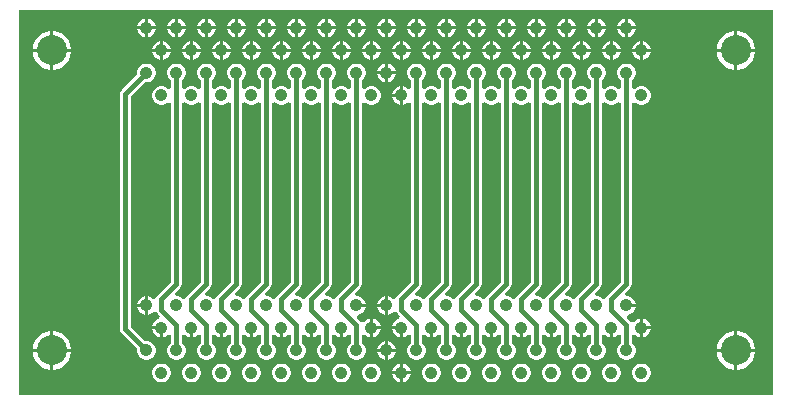
<source format=gbr>
%TF.GenerationSoftware,Altium Limited,Altium Designer,25.0.2 (28)*%
G04 Layer_Physical_Order=1*
G04 Layer_Color=255*
%FSLAX45Y45*%
%MOMM*%
%TF.SameCoordinates,44E48E83-7C08-43AE-99C3-F3FE45A01566*%
%TF.FilePolarity,Positive*%
%TF.FileFunction,Copper,L1,Top,Signal*%
%TF.Part,Single*%
G01*
G75*
%TA.AperFunction,Conductor*%
%ADD10C,0.38100*%
%TA.AperFunction,ComponentPad*%
%ADD11C,2.54000*%
%ADD12C,1.06680*%
G36*
X8991600Y2603500D02*
X2603500D01*
Y5867400D01*
X8991600D01*
Y2603500D01*
D02*
G37*
%LPC*%
G36*
X7251700Y5793115D02*
Y5727700D01*
X7317115D01*
X7312374Y5745393D01*
X7302008Y5763347D01*
X7287347Y5778008D01*
X7269393Y5788374D01*
X7251700Y5793115D01*
D02*
G37*
G36*
X6997700D02*
Y5727700D01*
X7063115D01*
X7058374Y5745393D01*
X7048008Y5763347D01*
X7033347Y5778008D01*
X7015393Y5788374D01*
X6997700Y5793115D01*
D02*
G37*
G36*
X5981700D02*
Y5727700D01*
X6047115D01*
X6042374Y5745393D01*
X6032008Y5763347D01*
X6017347Y5778008D01*
X5999393Y5788374D01*
X5981700Y5793115D01*
D02*
G37*
G36*
X4965700D02*
Y5727700D01*
X5031115D01*
X5026374Y5745393D01*
X5016008Y5763347D01*
X5001347Y5778008D01*
X4983393Y5788374D01*
X4965700Y5793115D01*
D02*
G37*
G36*
X4711700D02*
Y5727700D01*
X4777115D01*
X4772374Y5745393D01*
X4762008Y5763347D01*
X4747347Y5778008D01*
X4729393Y5788374D01*
X4711700Y5793115D01*
D02*
G37*
G36*
X3695700D02*
Y5727700D01*
X3761115D01*
X3756374Y5745393D01*
X3746008Y5763347D01*
X3731347Y5778008D01*
X3713393Y5788374D01*
X3695700Y5793115D01*
D02*
G37*
G36*
X7505700D02*
Y5727700D01*
X7571115D01*
X7566374Y5745393D01*
X7556008Y5763347D01*
X7541347Y5778008D01*
X7523393Y5788374D01*
X7505700Y5793115D01*
D02*
G37*
G36*
X6743700D02*
Y5727700D01*
X6809115D01*
X6804374Y5745393D01*
X6794008Y5763347D01*
X6779347Y5778008D01*
X6761393Y5788374D01*
X6743700Y5793115D01*
D02*
G37*
G36*
X6235700D02*
Y5727700D01*
X6301115D01*
X6296374Y5745393D01*
X6286008Y5763347D01*
X6271347Y5778008D01*
X6253393Y5788374D01*
X6235700Y5793115D01*
D02*
G37*
G36*
X5727700D02*
Y5727700D01*
X5793115D01*
X5788374Y5745393D01*
X5778008Y5763347D01*
X5763347Y5778008D01*
X5745393Y5788374D01*
X5727700Y5793115D01*
D02*
G37*
G36*
X5219700D02*
Y5727700D01*
X5285115D01*
X5280374Y5745393D01*
X5270008Y5763347D01*
X5255347Y5778008D01*
X5237393Y5788374D01*
X5219700Y5793115D01*
D02*
G37*
G36*
X4457700D02*
Y5727700D01*
X4523115D01*
X4518374Y5745393D01*
X4508008Y5763347D01*
X4493347Y5778008D01*
X4475393Y5788374D01*
X4457700Y5793115D01*
D02*
G37*
G36*
X3949700D02*
Y5727700D01*
X4015115D01*
X4010374Y5745393D01*
X4000008Y5763347D01*
X3985347Y5778008D01*
X3967393Y5788374D01*
X3949700Y5793115D01*
D02*
G37*
G36*
X7759700D02*
Y5727700D01*
X7825115D01*
X7820374Y5745393D01*
X7810008Y5763347D01*
X7795347Y5778008D01*
X7777393Y5788374D01*
X7759700Y5793115D01*
D02*
G37*
G36*
X6489700D02*
Y5727700D01*
X6555115D01*
X6550374Y5745393D01*
X6540008Y5763347D01*
X6525347Y5778008D01*
X6507393Y5788374D01*
X6489700Y5793115D01*
D02*
G37*
G36*
X5473700D02*
Y5727700D01*
X5539115D01*
X5534374Y5745393D01*
X5524008Y5763347D01*
X5509347Y5778008D01*
X5491393Y5788374D01*
X5473700Y5793115D01*
D02*
G37*
G36*
X4203700D02*
Y5727700D01*
X4269115D01*
X4264374Y5745393D01*
X4254008Y5763347D01*
X4239347Y5778008D01*
X4221393Y5788374D01*
X4203700Y5793115D01*
D02*
G37*
G36*
X6972300D02*
X6954607Y5788374D01*
X6936653Y5778008D01*
X6921992Y5763347D01*
X6911626Y5745393D01*
X6906885Y5727700D01*
X6972300D01*
Y5793115D01*
D02*
G37*
G36*
X4686300D02*
X4668607Y5788374D01*
X4650653Y5778008D01*
X4635992Y5763347D01*
X4625626Y5745393D01*
X4620885Y5727700D01*
X4686300D01*
Y5793115D01*
D02*
G37*
G36*
X7226300D02*
X7208607Y5788374D01*
X7190653Y5778008D01*
X7175992Y5763347D01*
X7165626Y5745393D01*
X7160885Y5727700D01*
X7226300D01*
Y5793115D01*
D02*
G37*
G36*
X6718300D02*
X6700607Y5788374D01*
X6682653Y5778008D01*
X6667992Y5763347D01*
X6657626Y5745393D01*
X6652885Y5727700D01*
X6718300D01*
Y5793115D01*
D02*
G37*
G36*
X5956300D02*
X5938607Y5788374D01*
X5920653Y5778008D01*
X5905992Y5763347D01*
X5895626Y5745393D01*
X5890885Y5727700D01*
X5956300D01*
Y5793115D01*
D02*
G37*
G36*
X4940300D02*
X4922607Y5788374D01*
X4904653Y5778008D01*
X4889992Y5763347D01*
X4879626Y5745393D01*
X4874885Y5727700D01*
X4940300D01*
Y5793115D01*
D02*
G37*
G36*
X4432300D02*
X4414607Y5788374D01*
X4396653Y5778008D01*
X4381992Y5763347D01*
X4371626Y5745393D01*
X4366885Y5727700D01*
X4432300D01*
Y5793115D01*
D02*
G37*
G36*
X3670300D02*
X3652607Y5788374D01*
X3634653Y5778008D01*
X3619992Y5763347D01*
X3609626Y5745393D01*
X3604885Y5727700D01*
X3670300D01*
Y5793115D01*
D02*
G37*
G36*
X7480300D02*
X7462607Y5788374D01*
X7444653Y5778008D01*
X7429992Y5763347D01*
X7419626Y5745393D01*
X7414885Y5727700D01*
X7480300D01*
Y5793115D01*
D02*
G37*
G36*
X6464300D02*
X6446607Y5788374D01*
X6428653Y5778008D01*
X6413992Y5763347D01*
X6403626Y5745393D01*
X6398885Y5727700D01*
X6464300D01*
Y5793115D01*
D02*
G37*
G36*
X6210300D02*
X6192607Y5788374D01*
X6174653Y5778008D01*
X6159992Y5763347D01*
X6149626Y5745393D01*
X6144885Y5727700D01*
X6210300D01*
Y5793115D01*
D02*
G37*
G36*
X5702300D02*
X5684607Y5788374D01*
X5666653Y5778008D01*
X5651992Y5763347D01*
X5641626Y5745393D01*
X5636885Y5727700D01*
X5702300D01*
Y5793115D01*
D02*
G37*
G36*
X5194300D02*
X5176607Y5788374D01*
X5158653Y5778008D01*
X5143992Y5763347D01*
X5133626Y5745393D01*
X5128885Y5727700D01*
X5194300D01*
Y5793115D01*
D02*
G37*
G36*
X4178300D02*
X4160607Y5788374D01*
X4142653Y5778008D01*
X4127992Y5763347D01*
X4117626Y5745393D01*
X4112885Y5727700D01*
X4178300D01*
Y5793115D01*
D02*
G37*
G36*
X3924300D02*
X3906607Y5788374D01*
X3888653Y5778008D01*
X3873992Y5763347D01*
X3863626Y5745393D01*
X3858885Y5727700D01*
X3924300D01*
Y5793115D01*
D02*
G37*
G36*
X7734300D02*
X7716607Y5788374D01*
X7698653Y5778008D01*
X7683992Y5763347D01*
X7673626Y5745393D01*
X7668885Y5727700D01*
X7734300D01*
Y5793115D01*
D02*
G37*
G36*
X5448300D02*
X5430607Y5788374D01*
X5412653Y5778008D01*
X5397992Y5763347D01*
X5387626Y5745393D01*
X5382885Y5727700D01*
X5448300D01*
Y5793115D01*
D02*
G37*
G36*
X7825115Y5702300D02*
X7759700D01*
Y5636885D01*
X7777393Y5641626D01*
X7795347Y5651992D01*
X7810008Y5666653D01*
X7820374Y5684607D01*
X7825115Y5702300D01*
D02*
G37*
G36*
X7571115D02*
X7505700D01*
Y5636885D01*
X7523393Y5641626D01*
X7541347Y5651992D01*
X7556008Y5666653D01*
X7566374Y5684607D01*
X7571115Y5702300D01*
D02*
G37*
G36*
X7317115D02*
X7251700D01*
Y5636885D01*
X7269393Y5641626D01*
X7287347Y5651992D01*
X7302008Y5666653D01*
X7312374Y5684607D01*
X7317115Y5702300D01*
D02*
G37*
G36*
X7063115D02*
X6997700D01*
Y5636885D01*
X7015393Y5641626D01*
X7033347Y5651992D01*
X7048008Y5666653D01*
X7058374Y5684607D01*
X7063115Y5702300D01*
D02*
G37*
G36*
X6809115D02*
X6743700D01*
Y5636885D01*
X6761393Y5641626D01*
X6779347Y5651992D01*
X6794008Y5666653D01*
X6804374Y5684607D01*
X6809115Y5702300D01*
D02*
G37*
G36*
X6555115D02*
X6489700D01*
Y5636885D01*
X6507393Y5641626D01*
X6525347Y5651992D01*
X6540008Y5666653D01*
X6550374Y5684607D01*
X6555115Y5702300D01*
D02*
G37*
G36*
X6301115D02*
X6235700D01*
Y5636885D01*
X6253393Y5641626D01*
X6271347Y5651992D01*
X6286008Y5666653D01*
X6296374Y5684607D01*
X6301115Y5702300D01*
D02*
G37*
G36*
X6047115D02*
X5981700D01*
Y5636885D01*
X5999393Y5641626D01*
X6017347Y5651992D01*
X6032008Y5666653D01*
X6042374Y5684607D01*
X6047115Y5702300D01*
D02*
G37*
G36*
X5793115D02*
X5727700D01*
Y5636885D01*
X5745393Y5641626D01*
X5763347Y5651992D01*
X5778008Y5666653D01*
X5788374Y5684607D01*
X5793115Y5702300D01*
D02*
G37*
G36*
X5539115D02*
X5473700D01*
Y5636885D01*
X5491393Y5641626D01*
X5509347Y5651992D01*
X5524008Y5666653D01*
X5534374Y5684607D01*
X5539115Y5702300D01*
D02*
G37*
G36*
X5285115D02*
X5219700D01*
Y5636885D01*
X5237393Y5641626D01*
X5255347Y5651992D01*
X5270008Y5666653D01*
X5280374Y5684607D01*
X5285115Y5702300D01*
D02*
G37*
G36*
X5031115D02*
X4965700D01*
Y5636885D01*
X4983393Y5641626D01*
X5001347Y5651992D01*
X5016008Y5666653D01*
X5026374Y5684607D01*
X5031115Y5702300D01*
D02*
G37*
G36*
X4777115D02*
X4711700D01*
Y5636885D01*
X4729393Y5641626D01*
X4747347Y5651992D01*
X4762008Y5666653D01*
X4772374Y5684607D01*
X4777115Y5702300D01*
D02*
G37*
G36*
X4523115D02*
X4457700D01*
Y5636885D01*
X4475393Y5641626D01*
X4493347Y5651992D01*
X4508008Y5666653D01*
X4518374Y5684607D01*
X4523115Y5702300D01*
D02*
G37*
G36*
X4269115D02*
X4203700D01*
Y5636885D01*
X4221393Y5641626D01*
X4239347Y5651992D01*
X4254008Y5666653D01*
X4264374Y5684607D01*
X4269115Y5702300D01*
D02*
G37*
G36*
X4015115D02*
X3949700D01*
Y5636885D01*
X3967393Y5641626D01*
X3985347Y5651992D01*
X4000008Y5666653D01*
X4010374Y5684607D01*
X4015115Y5702300D01*
D02*
G37*
G36*
X3761115D02*
X3695700D01*
Y5636885D01*
X3713393Y5641626D01*
X3731347Y5651992D01*
X3746008Y5666653D01*
X3756374Y5684607D01*
X3761115Y5702300D01*
D02*
G37*
G36*
X7734300D02*
X7668885D01*
X7673626Y5684607D01*
X7683992Y5666653D01*
X7698653Y5651992D01*
X7716607Y5641626D01*
X7734300Y5636885D01*
Y5702300D01*
D02*
G37*
G36*
X7480300D02*
X7414885D01*
X7419626Y5684607D01*
X7429992Y5666653D01*
X7444653Y5651992D01*
X7462607Y5641626D01*
X7480300Y5636885D01*
Y5702300D01*
D02*
G37*
G36*
X7226300D02*
X7160885D01*
X7165626Y5684607D01*
X7175992Y5666653D01*
X7190653Y5651992D01*
X7208607Y5641626D01*
X7226300Y5636885D01*
Y5702300D01*
D02*
G37*
G36*
X6972300D02*
X6906885D01*
X6911626Y5684607D01*
X6921992Y5666653D01*
X6936653Y5651992D01*
X6954607Y5641626D01*
X6972300Y5636885D01*
Y5702300D01*
D02*
G37*
G36*
X6718300D02*
X6652885D01*
X6657626Y5684607D01*
X6667992Y5666653D01*
X6682653Y5651992D01*
X6700607Y5641626D01*
X6718300Y5636885D01*
Y5702300D01*
D02*
G37*
G36*
X6464300D02*
X6398885D01*
X6403626Y5684607D01*
X6413992Y5666653D01*
X6428653Y5651992D01*
X6446607Y5641626D01*
X6464300Y5636885D01*
Y5702300D01*
D02*
G37*
G36*
X6210300D02*
X6144885D01*
X6149626Y5684607D01*
X6159992Y5666653D01*
X6174653Y5651992D01*
X6192607Y5641626D01*
X6210300Y5636885D01*
Y5702300D01*
D02*
G37*
G36*
X5956300D02*
X5890885D01*
X5895626Y5684607D01*
X5905992Y5666653D01*
X5920653Y5651992D01*
X5938607Y5641626D01*
X5956300Y5636885D01*
Y5702300D01*
D02*
G37*
G36*
X5702300D02*
X5636885D01*
X5641626Y5684607D01*
X5651992Y5666653D01*
X5666653Y5651992D01*
X5684607Y5641626D01*
X5702300Y5636885D01*
Y5702300D01*
D02*
G37*
G36*
X5448300D02*
X5382885D01*
X5387626Y5684607D01*
X5397992Y5666653D01*
X5412653Y5651992D01*
X5430607Y5641626D01*
X5448300Y5636885D01*
Y5702300D01*
D02*
G37*
G36*
X5194300D02*
X5128885D01*
X5133626Y5684607D01*
X5143992Y5666653D01*
X5158653Y5651992D01*
X5176607Y5641626D01*
X5194300Y5636885D01*
Y5702300D01*
D02*
G37*
G36*
X4940300D02*
X4874885D01*
X4879626Y5684607D01*
X4889992Y5666653D01*
X4904653Y5651992D01*
X4922607Y5641626D01*
X4940300Y5636885D01*
Y5702300D01*
D02*
G37*
G36*
X4686300D02*
X4620885D01*
X4625626Y5684607D01*
X4635992Y5666653D01*
X4650653Y5651992D01*
X4668607Y5641626D01*
X4686300Y5636885D01*
Y5702300D01*
D02*
G37*
G36*
X4432300D02*
X4366885D01*
X4371626Y5684607D01*
X4381992Y5666653D01*
X4396653Y5651992D01*
X4414607Y5641626D01*
X4432300Y5636885D01*
Y5702300D01*
D02*
G37*
G36*
X4178300D02*
X4112885D01*
X4117626Y5684607D01*
X4127992Y5666653D01*
X4142653Y5651992D01*
X4160607Y5641626D01*
X4178300Y5636885D01*
Y5702300D01*
D02*
G37*
G36*
X3924300D02*
X3858885D01*
X3863626Y5684607D01*
X3873992Y5666653D01*
X3888653Y5651992D01*
X3906607Y5641626D01*
X3924300Y5636885D01*
Y5702300D01*
D02*
G37*
G36*
X3670300D02*
X3604885D01*
X3609626Y5684607D01*
X3619992Y5666653D01*
X3634653Y5651992D01*
X3652607Y5641626D01*
X3670300Y5636885D01*
Y5702300D01*
D02*
G37*
G36*
X7632700Y5602615D02*
Y5537200D01*
X7698115D01*
X7693374Y5554893D01*
X7683008Y5572847D01*
X7668347Y5587508D01*
X7650393Y5597874D01*
X7632700Y5602615D01*
D02*
G37*
G36*
X6616700D02*
Y5537200D01*
X6682115D01*
X6677374Y5554893D01*
X6667008Y5572847D01*
X6652347Y5587508D01*
X6634393Y5597874D01*
X6616700Y5602615D01*
D02*
G37*
G36*
X5346700D02*
Y5537200D01*
X5412115D01*
X5407374Y5554893D01*
X5397008Y5572847D01*
X5382347Y5587508D01*
X5364393Y5597874D01*
X5346700Y5602615D01*
D02*
G37*
G36*
X4330700D02*
Y5537200D01*
X4396115D01*
X4391374Y5554893D01*
X4381008Y5572847D01*
X4366347Y5587508D01*
X4348393Y5597874D01*
X4330700Y5602615D01*
D02*
G37*
G36*
X8690236Y5688330D02*
X8686800D01*
Y5537200D01*
X8837930D01*
Y5540636D01*
X8831634Y5572288D01*
X8819284Y5602103D01*
X8801355Y5628936D01*
X8778536Y5651755D01*
X8751703Y5669684D01*
X8721888Y5682034D01*
X8690236Y5688330D01*
D02*
G37*
G36*
X7886700Y5602615D02*
Y5537200D01*
X7952115D01*
X7947374Y5554893D01*
X7937008Y5572847D01*
X7922347Y5587508D01*
X7904393Y5597874D01*
X7886700Y5602615D01*
D02*
G37*
G36*
X7378700D02*
Y5537200D01*
X7444115D01*
X7439374Y5554893D01*
X7429008Y5572847D01*
X7414347Y5587508D01*
X7396393Y5597874D01*
X7378700Y5602615D01*
D02*
G37*
G36*
X6870700D02*
Y5537200D01*
X6936115D01*
X6931374Y5554893D01*
X6921008Y5572847D01*
X6906347Y5587508D01*
X6888393Y5597874D01*
X6870700Y5602615D01*
D02*
G37*
G36*
X6362700D02*
Y5537200D01*
X6428115D01*
X6423374Y5554893D01*
X6413008Y5572847D01*
X6398347Y5587508D01*
X6380393Y5597874D01*
X6362700Y5602615D01*
D02*
G37*
G36*
X5600700D02*
Y5537200D01*
X5666115D01*
X5661374Y5554893D01*
X5651008Y5572847D01*
X5636347Y5587508D01*
X5618393Y5597874D01*
X5600700Y5602615D01*
D02*
G37*
G36*
X5092700D02*
Y5537200D01*
X5158115D01*
X5153374Y5554893D01*
X5143008Y5572847D01*
X5128347Y5587508D01*
X5110393Y5597874D01*
X5092700Y5602615D01*
D02*
G37*
G36*
X4584700D02*
Y5537200D01*
X4650115D01*
X4645374Y5554893D01*
X4635008Y5572847D01*
X4620347Y5587508D01*
X4602393Y5597874D01*
X4584700Y5602615D01*
D02*
G37*
G36*
X4076700D02*
Y5537200D01*
X4142115D01*
X4137374Y5554893D01*
X4127008Y5572847D01*
X4112347Y5587508D01*
X4094393Y5597874D01*
X4076700Y5602615D01*
D02*
G37*
G36*
X2899036Y5688330D02*
X2895600D01*
Y5537200D01*
X3046730D01*
Y5540636D01*
X3040434Y5572288D01*
X3028084Y5602103D01*
X3010155Y5628936D01*
X2987336Y5651755D01*
X2960503Y5669684D01*
X2930688Y5682034D01*
X2899036Y5688330D01*
D02*
G37*
G36*
X7124700Y5602615D02*
Y5537200D01*
X7190115D01*
X7185374Y5554893D01*
X7175008Y5572847D01*
X7160347Y5587508D01*
X7142393Y5597874D01*
X7124700Y5602615D01*
D02*
G37*
G36*
X6108700D02*
Y5537200D01*
X6174115D01*
X6169374Y5554893D01*
X6159008Y5572847D01*
X6144347Y5587508D01*
X6126393Y5597874D01*
X6108700Y5602615D01*
D02*
G37*
G36*
X5854700D02*
Y5537200D01*
X5920115D01*
X5915374Y5554893D01*
X5905008Y5572847D01*
X5890347Y5587508D01*
X5872393Y5597874D01*
X5854700Y5602615D01*
D02*
G37*
G36*
X4838700D02*
Y5537200D01*
X4904115D01*
X4899374Y5554893D01*
X4889008Y5572847D01*
X4874347Y5587508D01*
X4856393Y5597874D01*
X4838700Y5602615D01*
D02*
G37*
G36*
X3822700D02*
Y5537200D01*
X3888115D01*
X3883374Y5554893D01*
X3873008Y5572847D01*
X3858347Y5587508D01*
X3840393Y5597874D01*
X3822700Y5602615D01*
D02*
G37*
G36*
X5321300D02*
X5303607Y5597874D01*
X5285653Y5587508D01*
X5270992Y5572847D01*
X5260626Y5554893D01*
X5255885Y5537200D01*
X5321300D01*
Y5602615D01*
D02*
G37*
G36*
X7861300D02*
X7843607Y5597874D01*
X7825653Y5587508D01*
X7810992Y5572847D01*
X7800626Y5554893D01*
X7795885Y5537200D01*
X7861300D01*
Y5602615D01*
D02*
G37*
G36*
X7607300D02*
X7589607Y5597874D01*
X7571653Y5587508D01*
X7556992Y5572847D01*
X7546626Y5554893D01*
X7541885Y5537200D01*
X7607300D01*
Y5602615D01*
D02*
G37*
G36*
X6591300D02*
X6573607Y5597874D01*
X6555653Y5587508D01*
X6540992Y5572847D01*
X6530626Y5554893D01*
X6525885Y5537200D01*
X6591300D01*
Y5602615D01*
D02*
G37*
G36*
X5575300D02*
X5557607Y5597874D01*
X5539653Y5587508D01*
X5524992Y5572847D01*
X5514626Y5554893D01*
X5509885Y5537200D01*
X5575300D01*
Y5602615D01*
D02*
G37*
G36*
X4305300D02*
X4287607Y5597874D01*
X4269653Y5587508D01*
X4254992Y5572847D01*
X4244626Y5554893D01*
X4239885Y5537200D01*
X4305300D01*
Y5602615D01*
D02*
G37*
G36*
X7353300D02*
X7335607Y5597874D01*
X7317653Y5587508D01*
X7302992Y5572847D01*
X7292626Y5554893D01*
X7287885Y5537200D01*
X7353300D01*
Y5602615D01*
D02*
G37*
G36*
X6845300D02*
X6827607Y5597874D01*
X6809653Y5587508D01*
X6794992Y5572847D01*
X6784626Y5554893D01*
X6779885Y5537200D01*
X6845300D01*
Y5602615D01*
D02*
G37*
G36*
X6337300D02*
X6319607Y5597874D01*
X6301653Y5587508D01*
X6286992Y5572847D01*
X6276626Y5554893D01*
X6271885Y5537200D01*
X6337300D01*
Y5602615D01*
D02*
G37*
G36*
X5829300D02*
X5811607Y5597874D01*
X5793653Y5587508D01*
X5778992Y5572847D01*
X5768626Y5554893D01*
X5763885Y5537200D01*
X5829300D01*
Y5602615D01*
D02*
G37*
G36*
X5067300D02*
X5049607Y5597874D01*
X5031653Y5587508D01*
X5016992Y5572847D01*
X5006626Y5554893D01*
X5001885Y5537200D01*
X5067300D01*
Y5602615D01*
D02*
G37*
G36*
X4559300D02*
X4541607Y5597874D01*
X4523653Y5587508D01*
X4508992Y5572847D01*
X4498626Y5554893D01*
X4493885Y5537200D01*
X4559300D01*
Y5602615D01*
D02*
G37*
G36*
X4051300D02*
X4033607Y5597874D01*
X4015653Y5587508D01*
X4000992Y5572847D01*
X3990626Y5554893D01*
X3985885Y5537200D01*
X4051300D01*
Y5602615D01*
D02*
G37*
G36*
X7099300D02*
X7081607Y5597874D01*
X7063653Y5587508D01*
X7048992Y5572847D01*
X7038626Y5554893D01*
X7033885Y5537200D01*
X7099300D01*
Y5602615D01*
D02*
G37*
G36*
X6083300D02*
X6065607Y5597874D01*
X6047653Y5587508D01*
X6032992Y5572847D01*
X6022626Y5554893D01*
X6017885Y5537200D01*
X6083300D01*
Y5602615D01*
D02*
G37*
G36*
X4813300D02*
X4795607Y5597874D01*
X4777653Y5587508D01*
X4762992Y5572847D01*
X4752626Y5554893D01*
X4747885Y5537200D01*
X4813300D01*
Y5602615D01*
D02*
G37*
G36*
X3797300D02*
X3779607Y5597874D01*
X3761653Y5587508D01*
X3746992Y5572847D01*
X3736626Y5554893D01*
X3731885Y5537200D01*
X3797300D01*
Y5602615D01*
D02*
G37*
G36*
X8661400Y5688330D02*
X8657964D01*
X8626312Y5682034D01*
X8596497Y5669684D01*
X8569664Y5651755D01*
X8546845Y5628936D01*
X8528916Y5602103D01*
X8516566Y5572288D01*
X8510270Y5540636D01*
Y5537200D01*
X8661400D01*
Y5688330D01*
D02*
G37*
G36*
X2870200D02*
X2866764D01*
X2835112Y5682034D01*
X2805297Y5669684D01*
X2778464Y5651755D01*
X2755645Y5628936D01*
X2737716Y5602103D01*
X2725366Y5572288D01*
X2719070Y5540636D01*
Y5537200D01*
X2870200D01*
Y5688330D01*
D02*
G37*
G36*
X7952115Y5511800D02*
X7886700D01*
Y5446385D01*
X7904393Y5451126D01*
X7922347Y5461492D01*
X7937008Y5476153D01*
X7947374Y5494107D01*
X7952115Y5511800D01*
D02*
G37*
G36*
X7698115D02*
X7632700D01*
Y5446385D01*
X7650393Y5451126D01*
X7668347Y5461492D01*
X7683008Y5476153D01*
X7693374Y5494107D01*
X7698115Y5511800D01*
D02*
G37*
G36*
X7444115D02*
X7378700D01*
Y5446385D01*
X7396393Y5451126D01*
X7414347Y5461492D01*
X7429008Y5476153D01*
X7439374Y5494107D01*
X7444115Y5511800D01*
D02*
G37*
G36*
X7190115D02*
X7124700D01*
Y5446385D01*
X7142393Y5451126D01*
X7160347Y5461492D01*
X7175008Y5476153D01*
X7185374Y5494107D01*
X7190115Y5511800D01*
D02*
G37*
G36*
X6936115D02*
X6870700D01*
Y5446385D01*
X6888393Y5451126D01*
X6906347Y5461492D01*
X6921008Y5476153D01*
X6931374Y5494107D01*
X6936115Y5511800D01*
D02*
G37*
G36*
X6682115D02*
X6616700D01*
Y5446385D01*
X6634393Y5451126D01*
X6652347Y5461492D01*
X6667008Y5476153D01*
X6677374Y5494107D01*
X6682115Y5511800D01*
D02*
G37*
G36*
X6428115D02*
X6362700D01*
Y5446385D01*
X6380393Y5451126D01*
X6398347Y5461492D01*
X6413008Y5476153D01*
X6423374Y5494107D01*
X6428115Y5511800D01*
D02*
G37*
G36*
X6174115D02*
X6108700D01*
Y5446385D01*
X6126393Y5451126D01*
X6144347Y5461492D01*
X6159008Y5476153D01*
X6169374Y5494107D01*
X6174115Y5511800D01*
D02*
G37*
G36*
X5920115D02*
X5854700D01*
Y5446385D01*
X5872393Y5451126D01*
X5890347Y5461492D01*
X5905008Y5476153D01*
X5915374Y5494107D01*
X5920115Y5511800D01*
D02*
G37*
G36*
X5666115D02*
X5600700D01*
Y5446385D01*
X5618393Y5451126D01*
X5636347Y5461492D01*
X5651008Y5476153D01*
X5661374Y5494107D01*
X5666115Y5511800D01*
D02*
G37*
G36*
X5412115D02*
X5346700D01*
Y5446385D01*
X5364393Y5451126D01*
X5382347Y5461492D01*
X5397008Y5476153D01*
X5407374Y5494107D01*
X5412115Y5511800D01*
D02*
G37*
G36*
X5158115D02*
X5092700D01*
Y5446385D01*
X5110393Y5451126D01*
X5128347Y5461492D01*
X5143008Y5476153D01*
X5153374Y5494107D01*
X5158115Y5511800D01*
D02*
G37*
G36*
X4904115D02*
X4838700D01*
Y5446385D01*
X4856393Y5451126D01*
X4874347Y5461492D01*
X4889008Y5476153D01*
X4899374Y5494107D01*
X4904115Y5511800D01*
D02*
G37*
G36*
X4650115D02*
X4584700D01*
Y5446385D01*
X4602393Y5451126D01*
X4620347Y5461492D01*
X4635008Y5476153D01*
X4645374Y5494107D01*
X4650115Y5511800D01*
D02*
G37*
G36*
X4396115D02*
X4330700D01*
Y5446385D01*
X4348393Y5451126D01*
X4366347Y5461492D01*
X4381008Y5476153D01*
X4391374Y5494107D01*
X4396115Y5511800D01*
D02*
G37*
G36*
X4142115D02*
X4076700D01*
Y5446385D01*
X4094393Y5451126D01*
X4112347Y5461492D01*
X4127008Y5476153D01*
X4137374Y5494107D01*
X4142115Y5511800D01*
D02*
G37*
G36*
X3888115D02*
X3822700D01*
Y5446385D01*
X3840393Y5451126D01*
X3858347Y5461492D01*
X3873008Y5476153D01*
X3883374Y5494107D01*
X3888115Y5511800D01*
D02*
G37*
G36*
X7861300D02*
X7795885D01*
X7800626Y5494107D01*
X7810992Y5476153D01*
X7825653Y5461492D01*
X7843607Y5451126D01*
X7861300Y5446385D01*
Y5511800D01*
D02*
G37*
G36*
X7607300D02*
X7541885D01*
X7546626Y5494107D01*
X7556992Y5476153D01*
X7571653Y5461492D01*
X7589607Y5451126D01*
X7607300Y5446385D01*
Y5511800D01*
D02*
G37*
G36*
X7353300D02*
X7287885D01*
X7292626Y5494107D01*
X7302992Y5476153D01*
X7317653Y5461492D01*
X7335607Y5451126D01*
X7353300Y5446385D01*
Y5511800D01*
D02*
G37*
G36*
X7099300D02*
X7033885D01*
X7038626Y5494107D01*
X7048992Y5476153D01*
X7063653Y5461492D01*
X7081607Y5451126D01*
X7099300Y5446385D01*
Y5511800D01*
D02*
G37*
G36*
X6845300D02*
X6779885D01*
X6784626Y5494107D01*
X6794992Y5476153D01*
X6809653Y5461492D01*
X6827607Y5451126D01*
X6845300Y5446385D01*
Y5511800D01*
D02*
G37*
G36*
X6591300D02*
X6525885D01*
X6530626Y5494107D01*
X6540992Y5476153D01*
X6555653Y5461492D01*
X6573607Y5451126D01*
X6591300Y5446385D01*
Y5511800D01*
D02*
G37*
G36*
X6337300D02*
X6271885D01*
X6276626Y5494107D01*
X6286992Y5476153D01*
X6301653Y5461492D01*
X6319607Y5451126D01*
X6337300Y5446385D01*
Y5511800D01*
D02*
G37*
G36*
X6083300D02*
X6017885D01*
X6022626Y5494107D01*
X6032992Y5476153D01*
X6047653Y5461492D01*
X6065607Y5451126D01*
X6083300Y5446385D01*
Y5511800D01*
D02*
G37*
G36*
X5829300D02*
X5763885D01*
X5768626Y5494107D01*
X5778992Y5476153D01*
X5793653Y5461492D01*
X5811607Y5451126D01*
X5829300Y5446385D01*
Y5511800D01*
D02*
G37*
G36*
X5575300D02*
X5509885D01*
X5514626Y5494107D01*
X5524992Y5476153D01*
X5539653Y5461492D01*
X5557607Y5451126D01*
X5575300Y5446385D01*
Y5511800D01*
D02*
G37*
G36*
X5321300D02*
X5255885D01*
X5260626Y5494107D01*
X5270992Y5476153D01*
X5285653Y5461492D01*
X5303607Y5451126D01*
X5321300Y5446385D01*
Y5511800D01*
D02*
G37*
G36*
X5067300D02*
X5001885D01*
X5006626Y5494107D01*
X5016992Y5476153D01*
X5031653Y5461492D01*
X5049607Y5451126D01*
X5067300Y5446385D01*
Y5511800D01*
D02*
G37*
G36*
X4813300D02*
X4747885D01*
X4752626Y5494107D01*
X4762992Y5476153D01*
X4777653Y5461492D01*
X4795607Y5451126D01*
X4813300Y5446385D01*
Y5511800D01*
D02*
G37*
G36*
X4559300D02*
X4493885D01*
X4498626Y5494107D01*
X4508992Y5476153D01*
X4523653Y5461492D01*
X4541607Y5451126D01*
X4559300Y5446385D01*
Y5511800D01*
D02*
G37*
G36*
X4305300D02*
X4239885D01*
X4244626Y5494107D01*
X4254992Y5476153D01*
X4269653Y5461492D01*
X4287607Y5451126D01*
X4305300Y5446385D01*
Y5511800D01*
D02*
G37*
G36*
X4051300D02*
X3985885D01*
X3990626Y5494107D01*
X4000992Y5476153D01*
X4015653Y5461492D01*
X4033607Y5451126D01*
X4051300Y5446385D01*
Y5511800D01*
D02*
G37*
G36*
X3797300D02*
X3731885D01*
X3736626Y5494107D01*
X3746992Y5476153D01*
X3761653Y5461492D01*
X3779607Y5451126D01*
X3797300Y5446385D01*
Y5511800D01*
D02*
G37*
G36*
X8837930D02*
X8686800D01*
Y5360670D01*
X8690236D01*
X8721888Y5366966D01*
X8751703Y5379316D01*
X8778536Y5397245D01*
X8801355Y5420064D01*
X8819284Y5446897D01*
X8831634Y5476712D01*
X8837930Y5508364D01*
Y5511800D01*
D02*
G37*
G36*
X8661400D02*
X8510270D01*
Y5508364D01*
X8516566Y5476712D01*
X8528916Y5446897D01*
X8546845Y5420064D01*
X8569664Y5397245D01*
X8596497Y5379316D01*
X8626312Y5366966D01*
X8657964Y5360670D01*
X8661400D01*
Y5511800D01*
D02*
G37*
G36*
X3046730D02*
X2895600D01*
Y5360670D01*
X2899036D01*
X2930688Y5366966D01*
X2960503Y5379316D01*
X2987336Y5397245D01*
X3010155Y5420064D01*
X3028084Y5446897D01*
X3040434Y5476712D01*
X3046730Y5508364D01*
Y5511800D01*
D02*
G37*
G36*
X2870200D02*
X2719070D01*
Y5508364D01*
X2725366Y5476712D01*
X2737716Y5446897D01*
X2755645Y5420064D01*
X2778464Y5397245D01*
X2805297Y5379316D01*
X2835112Y5366966D01*
X2866764Y5360670D01*
X2870200D01*
Y5511800D01*
D02*
G37*
G36*
X5727700Y5412115D02*
Y5346700D01*
X5793115D01*
X5788374Y5364393D01*
X5778008Y5382347D01*
X5763347Y5397008D01*
X5745393Y5407374D01*
X5727700Y5412115D01*
D02*
G37*
G36*
X5702300D02*
X5684607Y5407374D01*
X5666653Y5397008D01*
X5651992Y5382347D01*
X5641626Y5364393D01*
X5636885Y5346700D01*
X5702300D01*
Y5412115D01*
D02*
G37*
G36*
X5793115Y5321300D02*
X5727700D01*
Y5255885D01*
X5745393Y5260626D01*
X5763347Y5270992D01*
X5778008Y5285653D01*
X5788374Y5303607D01*
X5793115Y5321300D01*
D02*
G37*
G36*
X5702300D02*
X5636885D01*
X5641626Y5303607D01*
X5651992Y5285653D01*
X5666653Y5270992D01*
X5684607Y5260626D01*
X5702300Y5255885D01*
Y5321300D01*
D02*
G37*
G36*
X3693366Y5412740D02*
X3672634D01*
X3652607Y5407374D01*
X3634653Y5397008D01*
X3619992Y5382347D01*
X3609626Y5364393D01*
X3604260Y5344366D01*
Y5323634D01*
X3605164Y5320258D01*
X3473153Y5188247D01*
X3463329Y5173544D01*
X3459879Y5156200D01*
Y3162300D01*
X3463329Y3144956D01*
X3473153Y3130253D01*
X3605164Y2998242D01*
X3604260Y2994866D01*
Y2974134D01*
X3609626Y2954107D01*
X3619992Y2936153D01*
X3634653Y2921492D01*
X3652607Y2911126D01*
X3672634Y2905760D01*
X3693366D01*
X3713393Y2911126D01*
X3731347Y2921492D01*
X3746008Y2936153D01*
X3756374Y2954107D01*
X3761740Y2974134D01*
Y2994866D01*
X3756374Y3014893D01*
X3746008Y3032847D01*
X3731347Y3047508D01*
X3713393Y3057874D01*
X3693366Y3063240D01*
X3672634D01*
X3669258Y3062336D01*
X3550521Y3181073D01*
Y5137427D01*
X3669258Y5256164D01*
X3672634Y5255260D01*
X3693366D01*
X3713393Y5260626D01*
X3731347Y5270992D01*
X3746008Y5285653D01*
X3756374Y5303607D01*
X3761740Y5323634D01*
Y5344366D01*
X3756374Y5364393D01*
X3746008Y5382347D01*
X3731347Y5397008D01*
X3713393Y5407374D01*
X3693366Y5412740D01*
D02*
G37*
G36*
X7757366D02*
X7736634D01*
X7716607Y5407374D01*
X7698653Y5397008D01*
X7683992Y5382347D01*
X7673626Y5364393D01*
X7668260Y5344366D01*
Y5323634D01*
X7673626Y5303607D01*
X7683992Y5285653D01*
X7698653Y5270992D01*
X7701679Y5269245D01*
Y5208091D01*
X7676279Y5198576D01*
X7668347Y5206508D01*
X7650393Y5216874D01*
X7630366Y5222240D01*
X7609634D01*
X7589607Y5216874D01*
X7571653Y5206508D01*
X7563721Y5198576D01*
X7538321Y5208091D01*
Y5269245D01*
X7541347Y5270992D01*
X7556008Y5285653D01*
X7566374Y5303607D01*
X7571740Y5323634D01*
Y5344366D01*
X7566374Y5364393D01*
X7556008Y5382347D01*
X7541347Y5397008D01*
X7523393Y5407374D01*
X7503366Y5412740D01*
X7482634D01*
X7462607Y5407374D01*
X7444653Y5397008D01*
X7429992Y5382347D01*
X7419626Y5364393D01*
X7414260Y5344366D01*
Y5323634D01*
X7419626Y5303607D01*
X7429992Y5285653D01*
X7444653Y5270992D01*
X7447679Y5269245D01*
Y5208091D01*
X7422279Y5198576D01*
X7414347Y5206508D01*
X7396393Y5216874D01*
X7376366Y5222240D01*
X7355634D01*
X7335607Y5216874D01*
X7317653Y5206508D01*
X7309721Y5198576D01*
X7284321Y5208091D01*
Y5269245D01*
X7287347Y5270992D01*
X7302008Y5285653D01*
X7312374Y5303607D01*
X7317740Y5323634D01*
Y5344366D01*
X7312374Y5364393D01*
X7302008Y5382347D01*
X7287347Y5397008D01*
X7269393Y5407374D01*
X7249366Y5412740D01*
X7228634D01*
X7208607Y5407374D01*
X7190653Y5397008D01*
X7175992Y5382347D01*
X7165626Y5364393D01*
X7160260Y5344366D01*
Y5323634D01*
X7165626Y5303607D01*
X7175992Y5285653D01*
X7190653Y5270992D01*
X7193679Y5269245D01*
Y5208091D01*
X7168279Y5198576D01*
X7160347Y5206508D01*
X7142393Y5216874D01*
X7122366Y5222240D01*
X7101634D01*
X7081607Y5216874D01*
X7063653Y5206508D01*
X7055721Y5198576D01*
X7030321Y5208091D01*
Y5269245D01*
X7033347Y5270992D01*
X7048008Y5285653D01*
X7058374Y5303607D01*
X7063740Y5323634D01*
Y5344366D01*
X7058374Y5364393D01*
X7048008Y5382347D01*
X7033347Y5397008D01*
X7015393Y5407374D01*
X6995366Y5412740D01*
X6974634D01*
X6954607Y5407374D01*
X6936653Y5397008D01*
X6921992Y5382347D01*
X6911626Y5364393D01*
X6906260Y5344366D01*
Y5323634D01*
X6911626Y5303607D01*
X6921992Y5285653D01*
X6936653Y5270992D01*
X6939679Y5269245D01*
Y5208091D01*
X6914279Y5198576D01*
X6906347Y5206508D01*
X6888393Y5216874D01*
X6868366Y5222240D01*
X6847634D01*
X6827607Y5216874D01*
X6809653Y5206508D01*
X6801721Y5198576D01*
X6776321Y5208091D01*
Y5269245D01*
X6779347Y5270992D01*
X6794008Y5285653D01*
X6804374Y5303607D01*
X6809740Y5323634D01*
Y5344366D01*
X6804374Y5364393D01*
X6794008Y5382347D01*
X6779347Y5397008D01*
X6761393Y5407374D01*
X6741366Y5412740D01*
X6720634D01*
X6700607Y5407374D01*
X6682653Y5397008D01*
X6667992Y5382347D01*
X6657626Y5364393D01*
X6652260Y5344366D01*
Y5323634D01*
X6657626Y5303607D01*
X6667992Y5285653D01*
X6682653Y5270992D01*
X6685679Y5269245D01*
Y5208091D01*
X6660279Y5198576D01*
X6652347Y5206508D01*
X6634393Y5216874D01*
X6614366Y5222240D01*
X6593634D01*
X6573607Y5216874D01*
X6555653Y5206508D01*
X6547721Y5198576D01*
X6522321Y5208091D01*
Y5269245D01*
X6525347Y5270992D01*
X6540008Y5285653D01*
X6550374Y5303607D01*
X6555740Y5323634D01*
Y5344366D01*
X6550374Y5364393D01*
X6540008Y5382347D01*
X6525347Y5397008D01*
X6507393Y5407374D01*
X6487366Y5412740D01*
X6466634D01*
X6446607Y5407374D01*
X6428653Y5397008D01*
X6413992Y5382347D01*
X6403626Y5364393D01*
X6398260Y5344366D01*
Y5323634D01*
X6403626Y5303607D01*
X6413992Y5285653D01*
X6428653Y5270992D01*
X6431679Y5269245D01*
Y5208091D01*
X6406279Y5198576D01*
X6398347Y5206508D01*
X6380393Y5216874D01*
X6360366Y5222240D01*
X6339634D01*
X6319607Y5216874D01*
X6301653Y5206508D01*
X6293721Y5198576D01*
X6268321Y5208091D01*
Y5269245D01*
X6271347Y5270992D01*
X6286008Y5285653D01*
X6296374Y5303607D01*
X6301740Y5323634D01*
Y5344366D01*
X6296374Y5364393D01*
X6286008Y5382347D01*
X6271347Y5397008D01*
X6253393Y5407374D01*
X6233366Y5412740D01*
X6212634D01*
X6192607Y5407374D01*
X6174653Y5397008D01*
X6159992Y5382347D01*
X6149626Y5364393D01*
X6144260Y5344366D01*
Y5323634D01*
X6149626Y5303607D01*
X6159992Y5285653D01*
X6174653Y5270992D01*
X6177679Y5269245D01*
Y5208091D01*
X6152279Y5198576D01*
X6144347Y5206508D01*
X6126393Y5216874D01*
X6106366Y5222240D01*
X6085634D01*
X6065607Y5216874D01*
X6047653Y5206508D01*
X6039721Y5198576D01*
X6014321Y5208091D01*
Y5269245D01*
X6017347Y5270992D01*
X6032008Y5285653D01*
X6042374Y5303607D01*
X6047740Y5323634D01*
Y5344366D01*
X6042374Y5364393D01*
X6032008Y5382347D01*
X6017347Y5397008D01*
X5999393Y5407374D01*
X5979366Y5412740D01*
X5958634D01*
X5938607Y5407374D01*
X5920653Y5397008D01*
X5905992Y5382347D01*
X5895626Y5364393D01*
X5890260Y5344366D01*
Y5323634D01*
X5895626Y5303607D01*
X5905992Y5285653D01*
X5920653Y5270992D01*
X5923679Y5269245D01*
Y5208091D01*
X5898279Y5198576D01*
X5890347Y5206508D01*
X5872393Y5216874D01*
X5854700Y5221615D01*
Y5143500D01*
Y5065385D01*
X5872393Y5070126D01*
X5890347Y5080492D01*
X5898279Y5088424D01*
X5923679Y5078909D01*
Y3562072D01*
X5809953Y3448347D01*
X5800129Y3433644D01*
X5798888Y3427404D01*
X5794909Y3424821D01*
X5772057Y3419798D01*
X5763347Y3428508D01*
X5745393Y3438874D01*
X5727700Y3443615D01*
Y3365500D01*
Y3287385D01*
X5745393Y3292126D01*
X5763347Y3302492D01*
X5773681Y3312825D01*
X5794018Y3310696D01*
X5801798Y3307559D01*
X5809953Y3295353D01*
X5827331Y3277976D01*
X5819024Y3250361D01*
X5811607Y3248374D01*
X5793653Y3238008D01*
X5778992Y3223347D01*
X5768626Y3205393D01*
X5763885Y3187700D01*
X5842000D01*
Y3175000D01*
X5854700D01*
Y3096885D01*
X5872393Y3101626D01*
X5890347Y3111992D01*
X5898279Y3119924D01*
X5923679Y3110409D01*
Y3049255D01*
X5920653Y3047508D01*
X5905992Y3032847D01*
X5895626Y3014893D01*
X5890260Y2994866D01*
Y2974134D01*
X5895626Y2954107D01*
X5905992Y2936153D01*
X5920653Y2921492D01*
X5938607Y2911126D01*
X5958634Y2905760D01*
X5979366D01*
X5999393Y2911126D01*
X6017347Y2921492D01*
X6032008Y2936153D01*
X6042374Y2954107D01*
X6047740Y2974134D01*
Y2994866D01*
X6042374Y3014893D01*
X6032008Y3032847D01*
X6017347Y3047508D01*
X6014321Y3049255D01*
Y3110409D01*
X6039721Y3119924D01*
X6047653Y3111992D01*
X6065607Y3101626D01*
X6083300Y3096885D01*
Y3175000D01*
X6108700D01*
Y3096885D01*
X6126393Y3101626D01*
X6144347Y3111992D01*
X6152279Y3119924D01*
X6177679Y3110409D01*
Y3049255D01*
X6174653Y3047508D01*
X6159992Y3032847D01*
X6149626Y3014893D01*
X6144260Y2994866D01*
Y2974134D01*
X6149626Y2954107D01*
X6159992Y2936153D01*
X6174653Y2921492D01*
X6192607Y2911126D01*
X6212634Y2905760D01*
X6233366D01*
X6253393Y2911126D01*
X6271347Y2921492D01*
X6286008Y2936153D01*
X6296374Y2954107D01*
X6301740Y2974134D01*
Y2994866D01*
X6296374Y3014893D01*
X6286008Y3032847D01*
X6271347Y3047508D01*
X6268321Y3049255D01*
Y3110409D01*
X6293721Y3119924D01*
X6301653Y3111992D01*
X6319607Y3101626D01*
X6337300Y3096885D01*
Y3175000D01*
X6362700D01*
Y3096885D01*
X6380393Y3101626D01*
X6398347Y3111992D01*
X6406279Y3119924D01*
X6431679Y3110409D01*
Y3049255D01*
X6428653Y3047508D01*
X6413992Y3032847D01*
X6403626Y3014893D01*
X6398260Y2994866D01*
Y2974134D01*
X6403626Y2954107D01*
X6413992Y2936153D01*
X6428653Y2921492D01*
X6446607Y2911126D01*
X6466634Y2905760D01*
X6487366D01*
X6507393Y2911126D01*
X6525347Y2921492D01*
X6540008Y2936153D01*
X6550374Y2954107D01*
X6555740Y2974134D01*
Y2994866D01*
X6550374Y3014893D01*
X6540008Y3032847D01*
X6525347Y3047508D01*
X6522321Y3049255D01*
Y3110409D01*
X6547721Y3119924D01*
X6555653Y3111992D01*
X6573607Y3101626D01*
X6591300Y3096885D01*
Y3175000D01*
X6616700D01*
Y3096885D01*
X6634393Y3101626D01*
X6652347Y3111992D01*
X6660279Y3119924D01*
X6685679Y3110409D01*
Y3049255D01*
X6682653Y3047508D01*
X6667992Y3032847D01*
X6657626Y3014893D01*
X6652260Y2994866D01*
Y2974134D01*
X6657626Y2954107D01*
X6667992Y2936153D01*
X6682653Y2921492D01*
X6700607Y2911126D01*
X6720634Y2905760D01*
X6741366D01*
X6761393Y2911126D01*
X6779347Y2921492D01*
X6794008Y2936153D01*
X6804374Y2954107D01*
X6809740Y2974134D01*
Y2994866D01*
X6804374Y3014893D01*
X6794008Y3032847D01*
X6779347Y3047508D01*
X6776321Y3049255D01*
Y3110409D01*
X6801721Y3119924D01*
X6809653Y3111992D01*
X6827607Y3101626D01*
X6845300Y3096885D01*
Y3175000D01*
X6870700D01*
Y3096885D01*
X6888393Y3101626D01*
X6906347Y3111992D01*
X6914279Y3119924D01*
X6939679Y3110409D01*
Y3049255D01*
X6936653Y3047508D01*
X6921992Y3032847D01*
X6911626Y3014893D01*
X6906260Y2994866D01*
Y2974134D01*
X6911626Y2954107D01*
X6921992Y2936153D01*
X6936653Y2921492D01*
X6954607Y2911126D01*
X6974634Y2905760D01*
X6995366D01*
X7015393Y2911126D01*
X7033347Y2921492D01*
X7048008Y2936153D01*
X7058374Y2954107D01*
X7063740Y2974134D01*
Y2994866D01*
X7058374Y3014893D01*
X7048008Y3032847D01*
X7033347Y3047508D01*
X7030321Y3049255D01*
Y3110409D01*
X7055721Y3119924D01*
X7063653Y3111992D01*
X7081607Y3101626D01*
X7099300Y3096885D01*
Y3175000D01*
X7124700D01*
Y3096885D01*
X7142393Y3101626D01*
X7160347Y3111992D01*
X7168279Y3119924D01*
X7193679Y3110409D01*
Y3049255D01*
X7190653Y3047508D01*
X7175992Y3032847D01*
X7165626Y3014893D01*
X7160260Y2994866D01*
Y2974134D01*
X7165626Y2954107D01*
X7175992Y2936153D01*
X7190653Y2921492D01*
X7208607Y2911126D01*
X7228634Y2905760D01*
X7249366D01*
X7269393Y2911126D01*
X7287347Y2921492D01*
X7302008Y2936153D01*
X7312374Y2954107D01*
X7317740Y2974134D01*
Y2994866D01*
X7312374Y3014893D01*
X7302008Y3032847D01*
X7287347Y3047508D01*
X7284321Y3049255D01*
Y3110409D01*
X7309721Y3119924D01*
X7317653Y3111992D01*
X7335607Y3101626D01*
X7353300Y3096885D01*
Y3175000D01*
X7378700D01*
Y3096885D01*
X7396393Y3101626D01*
X7414347Y3111992D01*
X7422279Y3119924D01*
X7447679Y3110409D01*
Y3049255D01*
X7444653Y3047508D01*
X7429992Y3032847D01*
X7419626Y3014893D01*
X7414260Y2994866D01*
Y2974134D01*
X7419626Y2954107D01*
X7429992Y2936153D01*
X7444653Y2921492D01*
X7462607Y2911126D01*
X7482634Y2905760D01*
X7503366D01*
X7523393Y2911126D01*
X7541347Y2921492D01*
X7556008Y2936153D01*
X7566374Y2954107D01*
X7571740Y2974134D01*
Y2994866D01*
X7566374Y3014893D01*
X7556008Y3032847D01*
X7541347Y3047508D01*
X7538321Y3049255D01*
Y3110409D01*
X7563721Y3119924D01*
X7571653Y3111992D01*
X7589607Y3101626D01*
X7607300Y3096885D01*
Y3175000D01*
X7632700D01*
Y3096885D01*
X7650393Y3101626D01*
X7668347Y3111992D01*
X7676279Y3119924D01*
X7701679Y3110409D01*
Y3049255D01*
X7698653Y3047508D01*
X7683992Y3032847D01*
X7673626Y3014893D01*
X7668260Y2994866D01*
Y2974134D01*
X7673626Y2954107D01*
X7683992Y2936153D01*
X7698653Y2921492D01*
X7716607Y2911126D01*
X7736634Y2905760D01*
X7757366D01*
X7777393Y2911126D01*
X7795347Y2921492D01*
X7810008Y2936153D01*
X7820374Y2954107D01*
X7825740Y2974134D01*
Y2994866D01*
X7820374Y3014893D01*
X7810008Y3032847D01*
X7795347Y3047508D01*
X7792321Y3049255D01*
Y3110409D01*
X7817721Y3119924D01*
X7825653Y3111992D01*
X7843607Y3101626D01*
X7861300Y3096885D01*
Y3175000D01*
Y3253115D01*
X7843607Y3248374D01*
X7825653Y3238008D01*
X7812406Y3224761D01*
X7808667Y3223646D01*
X7807742Y3223558D01*
X7783959Y3225095D01*
X7779047Y3232447D01*
X7779046Y3232447D01*
X7750133Y3261360D01*
X7755099Y3278798D01*
X7759960Y3287455D01*
X7777393Y3292126D01*
X7795347Y3302492D01*
X7810008Y3317153D01*
X7820374Y3335107D01*
X7825115Y3352800D01*
X7747000D01*
Y3378200D01*
X7825115D01*
X7820374Y3395893D01*
X7810008Y3413847D01*
X7795347Y3428508D01*
X7777393Y3438874D01*
X7757366Y3444240D01*
X7747954D01*
X7737433Y3469640D01*
X7779046Y3511253D01*
X7779047Y3511253D01*
X7788871Y3525956D01*
X7792321Y3543300D01*
X7792321Y3543301D01*
Y5078909D01*
X7817721Y5088424D01*
X7825653Y5080492D01*
X7843607Y5070126D01*
X7863634Y5064760D01*
X7884366D01*
X7904393Y5070126D01*
X7922347Y5080492D01*
X7937008Y5095153D01*
X7947374Y5113107D01*
X7952740Y5133134D01*
Y5153866D01*
X7947374Y5173893D01*
X7937008Y5191847D01*
X7922347Y5206508D01*
X7904393Y5216874D01*
X7884366Y5222240D01*
X7863634D01*
X7843607Y5216874D01*
X7825653Y5206508D01*
X7817721Y5198576D01*
X7792321Y5208091D01*
Y5269245D01*
X7795347Y5270992D01*
X7810008Y5285653D01*
X7820374Y5303607D01*
X7825740Y5323634D01*
Y5344366D01*
X7820374Y5364393D01*
X7810008Y5382347D01*
X7795347Y5397008D01*
X7777393Y5407374D01*
X7757366Y5412740D01*
D02*
G37*
G36*
X5471366D02*
X5450634D01*
X5430607Y5407374D01*
X5412653Y5397008D01*
X5397992Y5382347D01*
X5387626Y5364393D01*
X5382260Y5344366D01*
Y5323634D01*
X5387626Y5303607D01*
X5397992Y5285653D01*
X5412653Y5270992D01*
X5415679Y5269245D01*
Y5208091D01*
X5390279Y5198576D01*
X5382347Y5206508D01*
X5364393Y5216874D01*
X5344366Y5222240D01*
X5323634D01*
X5303607Y5216874D01*
X5285653Y5206508D01*
X5277721Y5198576D01*
X5252321Y5208091D01*
Y5269245D01*
X5255347Y5270992D01*
X5270008Y5285653D01*
X5280374Y5303607D01*
X5285740Y5323634D01*
Y5344366D01*
X5280374Y5364393D01*
X5270008Y5382347D01*
X5255347Y5397008D01*
X5237393Y5407374D01*
X5217366Y5412740D01*
X5196634D01*
X5176607Y5407374D01*
X5158653Y5397008D01*
X5143992Y5382347D01*
X5133626Y5364393D01*
X5128260Y5344366D01*
Y5323634D01*
X5133626Y5303607D01*
X5143992Y5285653D01*
X5158653Y5270992D01*
X5161679Y5269245D01*
Y5208091D01*
X5136279Y5198576D01*
X5128347Y5206508D01*
X5110393Y5216874D01*
X5090366Y5222240D01*
X5069634D01*
X5049607Y5216874D01*
X5031653Y5206508D01*
X5023721Y5198576D01*
X4998321Y5208091D01*
Y5269245D01*
X5001347Y5270992D01*
X5016008Y5285653D01*
X5026374Y5303607D01*
X5031740Y5323634D01*
Y5344366D01*
X5026374Y5364393D01*
X5016008Y5382347D01*
X5001347Y5397008D01*
X4983393Y5407374D01*
X4963366Y5412740D01*
X4942634D01*
X4922607Y5407374D01*
X4904653Y5397008D01*
X4889992Y5382347D01*
X4879626Y5364393D01*
X4874260Y5344366D01*
Y5323634D01*
X4879626Y5303607D01*
X4889992Y5285653D01*
X4904653Y5270992D01*
X4907679Y5269245D01*
Y5208091D01*
X4882279Y5198576D01*
X4874347Y5206508D01*
X4856393Y5216874D01*
X4836366Y5222240D01*
X4815634D01*
X4795607Y5216874D01*
X4777653Y5206508D01*
X4769721Y5198576D01*
X4744321Y5208091D01*
Y5269245D01*
X4747347Y5270992D01*
X4762008Y5285653D01*
X4772374Y5303607D01*
X4777740Y5323634D01*
Y5344366D01*
X4772374Y5364393D01*
X4762008Y5382347D01*
X4747347Y5397008D01*
X4729393Y5407374D01*
X4709366Y5412740D01*
X4688634D01*
X4668607Y5407374D01*
X4650653Y5397008D01*
X4635992Y5382347D01*
X4625626Y5364393D01*
X4620260Y5344366D01*
Y5323634D01*
X4625626Y5303607D01*
X4635992Y5285653D01*
X4650653Y5270992D01*
X4653679Y5269245D01*
Y5208091D01*
X4628279Y5198576D01*
X4620347Y5206508D01*
X4602393Y5216874D01*
X4582366Y5222240D01*
X4561634D01*
X4541607Y5216874D01*
X4523653Y5206508D01*
X4515721Y5198576D01*
X4490321Y5208091D01*
Y5269245D01*
X4493347Y5270992D01*
X4508008Y5285653D01*
X4518374Y5303607D01*
X4523740Y5323634D01*
Y5344366D01*
X4518374Y5364393D01*
X4508008Y5382347D01*
X4493347Y5397008D01*
X4475393Y5407374D01*
X4455366Y5412740D01*
X4434634D01*
X4414607Y5407374D01*
X4396653Y5397008D01*
X4381992Y5382347D01*
X4371626Y5364393D01*
X4366260Y5344366D01*
Y5323634D01*
X4371626Y5303607D01*
X4381992Y5285653D01*
X4396653Y5270992D01*
X4399679Y5269245D01*
Y5208091D01*
X4374279Y5198576D01*
X4366347Y5206508D01*
X4348393Y5216874D01*
X4328366Y5222240D01*
X4307634D01*
X4287607Y5216874D01*
X4269653Y5206508D01*
X4261721Y5198576D01*
X4236321Y5208091D01*
Y5269245D01*
X4239347Y5270992D01*
X4254008Y5285653D01*
X4264374Y5303607D01*
X4269740Y5323634D01*
Y5344366D01*
X4264374Y5364393D01*
X4254008Y5382347D01*
X4239347Y5397008D01*
X4221393Y5407374D01*
X4201366Y5412740D01*
X4180634D01*
X4160607Y5407374D01*
X4142653Y5397008D01*
X4127992Y5382347D01*
X4117626Y5364393D01*
X4112260Y5344366D01*
Y5323634D01*
X4117626Y5303607D01*
X4127992Y5285653D01*
X4142653Y5270992D01*
X4145679Y5269245D01*
Y5208091D01*
X4120279Y5198576D01*
X4112347Y5206508D01*
X4094393Y5216874D01*
X4074366Y5222240D01*
X4053634D01*
X4033607Y5216874D01*
X4015653Y5206508D01*
X4007721Y5198576D01*
X3982321Y5208091D01*
Y5269245D01*
X3985347Y5270992D01*
X4000008Y5285653D01*
X4010374Y5303607D01*
X4015740Y5323634D01*
Y5344366D01*
X4010374Y5364393D01*
X4000008Y5382347D01*
X3985347Y5397008D01*
X3967393Y5407374D01*
X3947366Y5412740D01*
X3926634D01*
X3906607Y5407374D01*
X3888653Y5397008D01*
X3873992Y5382347D01*
X3863626Y5364393D01*
X3858260Y5344366D01*
Y5323634D01*
X3863626Y5303607D01*
X3873992Y5285653D01*
X3888653Y5270992D01*
X3891679Y5269245D01*
Y5208091D01*
X3866279Y5198576D01*
X3858347Y5206508D01*
X3840393Y5216874D01*
X3820366Y5222240D01*
X3799634D01*
X3779607Y5216874D01*
X3761653Y5206508D01*
X3746992Y5191847D01*
X3736626Y5173893D01*
X3731260Y5153866D01*
Y5133134D01*
X3736626Y5113107D01*
X3746992Y5095153D01*
X3761653Y5080492D01*
X3779607Y5070126D01*
X3799634Y5064760D01*
X3820366D01*
X3840393Y5070126D01*
X3858347Y5080492D01*
X3866279Y5088424D01*
X3891679Y5078909D01*
Y3562072D01*
X3777953Y3448347D01*
X3768129Y3433644D01*
X3766888Y3427404D01*
X3762909Y3424821D01*
X3740057Y3419798D01*
X3731347Y3428508D01*
X3713393Y3438874D01*
X3695700Y3443615D01*
Y3365500D01*
Y3287385D01*
X3713393Y3292126D01*
X3731347Y3302492D01*
X3741681Y3312825D01*
X3762018Y3310696D01*
X3769798Y3307559D01*
X3777953Y3295353D01*
X3795331Y3277976D01*
X3787024Y3250361D01*
X3779607Y3248374D01*
X3761653Y3238008D01*
X3746992Y3223347D01*
X3736626Y3205393D01*
X3731885Y3187700D01*
X3810000D01*
Y3175000D01*
X3822700D01*
Y3096885D01*
X3840393Y3101626D01*
X3858347Y3111992D01*
X3866279Y3119924D01*
X3891679Y3110409D01*
Y3049255D01*
X3888653Y3047508D01*
X3873992Y3032847D01*
X3863626Y3014893D01*
X3858260Y2994866D01*
Y2974134D01*
X3863626Y2954107D01*
X3873992Y2936153D01*
X3888653Y2921492D01*
X3906607Y2911126D01*
X3926634Y2905760D01*
X3947366D01*
X3967393Y2911126D01*
X3985347Y2921492D01*
X4000008Y2936153D01*
X4010374Y2954107D01*
X4015740Y2974134D01*
Y2994866D01*
X4010374Y3014893D01*
X4000008Y3032847D01*
X3985347Y3047508D01*
X3982321Y3049255D01*
Y3110409D01*
X4007721Y3119924D01*
X4015653Y3111992D01*
X4033607Y3101626D01*
X4051300Y3096885D01*
Y3175000D01*
X4076700D01*
Y3096885D01*
X4094393Y3101626D01*
X4112347Y3111992D01*
X4120279Y3119924D01*
X4145679Y3110409D01*
Y3049255D01*
X4142653Y3047508D01*
X4127992Y3032847D01*
X4117626Y3014893D01*
X4112260Y2994866D01*
Y2974134D01*
X4117626Y2954107D01*
X4127992Y2936153D01*
X4142653Y2921492D01*
X4160607Y2911126D01*
X4180634Y2905760D01*
X4201366D01*
X4221393Y2911126D01*
X4239347Y2921492D01*
X4254008Y2936153D01*
X4264374Y2954107D01*
X4269740Y2974134D01*
Y2994866D01*
X4264374Y3014893D01*
X4254008Y3032847D01*
X4239347Y3047508D01*
X4236321Y3049255D01*
Y3110409D01*
X4261721Y3119924D01*
X4269653Y3111992D01*
X4287607Y3101626D01*
X4305300Y3096885D01*
Y3175000D01*
X4330700D01*
Y3096885D01*
X4348393Y3101626D01*
X4366347Y3111992D01*
X4374279Y3119924D01*
X4399679Y3110409D01*
Y3049255D01*
X4396653Y3047508D01*
X4381992Y3032847D01*
X4371626Y3014893D01*
X4366260Y2994866D01*
Y2974134D01*
X4371626Y2954107D01*
X4381992Y2936153D01*
X4396653Y2921492D01*
X4414607Y2911126D01*
X4434634Y2905760D01*
X4455366D01*
X4475393Y2911126D01*
X4493347Y2921492D01*
X4508008Y2936153D01*
X4518374Y2954107D01*
X4523740Y2974134D01*
Y2994866D01*
X4518374Y3014893D01*
X4508008Y3032847D01*
X4493347Y3047508D01*
X4490321Y3049255D01*
Y3110409D01*
X4515721Y3119924D01*
X4523653Y3111992D01*
X4541607Y3101626D01*
X4559300Y3096885D01*
Y3175000D01*
X4584700D01*
Y3096885D01*
X4602393Y3101626D01*
X4620347Y3111992D01*
X4628279Y3119924D01*
X4653679Y3110409D01*
Y3049255D01*
X4650653Y3047508D01*
X4635992Y3032847D01*
X4625626Y3014893D01*
X4620260Y2994866D01*
Y2974134D01*
X4625626Y2954107D01*
X4635992Y2936153D01*
X4650653Y2921492D01*
X4668607Y2911126D01*
X4688634Y2905760D01*
X4709366D01*
X4729393Y2911126D01*
X4747347Y2921492D01*
X4762008Y2936153D01*
X4772374Y2954107D01*
X4777740Y2974134D01*
Y2994866D01*
X4772374Y3014893D01*
X4762008Y3032847D01*
X4747347Y3047508D01*
X4744321Y3049255D01*
Y3110409D01*
X4769721Y3119924D01*
X4777653Y3111992D01*
X4795607Y3101626D01*
X4813300Y3096885D01*
Y3175000D01*
X4838700D01*
Y3096885D01*
X4856393Y3101626D01*
X4874347Y3111992D01*
X4882279Y3119924D01*
X4907679Y3110409D01*
Y3049255D01*
X4904653Y3047508D01*
X4889992Y3032847D01*
X4879626Y3014893D01*
X4874260Y2994866D01*
Y2974134D01*
X4879626Y2954107D01*
X4889992Y2936153D01*
X4904653Y2921492D01*
X4922607Y2911126D01*
X4942634Y2905760D01*
X4963366D01*
X4983393Y2911126D01*
X5001347Y2921492D01*
X5016008Y2936153D01*
X5026374Y2954107D01*
X5031740Y2974134D01*
Y2994866D01*
X5026374Y3014893D01*
X5016008Y3032847D01*
X5001347Y3047508D01*
X4998321Y3049255D01*
Y3110409D01*
X5023721Y3119924D01*
X5031653Y3111992D01*
X5049607Y3101626D01*
X5067300Y3096885D01*
Y3175000D01*
X5092700D01*
Y3096885D01*
X5110393Y3101626D01*
X5128347Y3111992D01*
X5136279Y3119924D01*
X5161679Y3110409D01*
Y3049255D01*
X5158653Y3047508D01*
X5143992Y3032847D01*
X5133626Y3014893D01*
X5128260Y2994866D01*
Y2974134D01*
X5133626Y2954107D01*
X5143992Y2936153D01*
X5158653Y2921492D01*
X5176607Y2911126D01*
X5196634Y2905760D01*
X5217366D01*
X5237393Y2911126D01*
X5255347Y2921492D01*
X5270008Y2936153D01*
X5280374Y2954107D01*
X5285740Y2974134D01*
Y2994866D01*
X5280374Y3014893D01*
X5270008Y3032847D01*
X5255347Y3047508D01*
X5252321Y3049255D01*
Y3110409D01*
X5277721Y3119924D01*
X5285653Y3111992D01*
X5303607Y3101626D01*
X5321300Y3096885D01*
Y3175000D01*
X5346700D01*
Y3096885D01*
X5364393Y3101626D01*
X5382347Y3111992D01*
X5390279Y3119924D01*
X5415679Y3110409D01*
Y3049255D01*
X5412653Y3047508D01*
X5397992Y3032847D01*
X5387626Y3014893D01*
X5382260Y2994866D01*
Y2974134D01*
X5387626Y2954107D01*
X5397992Y2936153D01*
X5412653Y2921492D01*
X5430607Y2911126D01*
X5450634Y2905760D01*
X5471366D01*
X5491393Y2911126D01*
X5509347Y2921492D01*
X5524008Y2936153D01*
X5534374Y2954107D01*
X5539740Y2974134D01*
Y2994866D01*
X5534374Y3014893D01*
X5524008Y3032847D01*
X5509347Y3047508D01*
X5506321Y3049255D01*
Y3110409D01*
X5531721Y3119924D01*
X5539653Y3111992D01*
X5557607Y3101626D01*
X5575300Y3096885D01*
Y3175000D01*
Y3253115D01*
X5557607Y3248374D01*
X5539653Y3238008D01*
X5526406Y3224761D01*
X5522667Y3223646D01*
X5521742Y3223558D01*
X5497959Y3225095D01*
X5493047Y3232447D01*
X5493046Y3232447D01*
X5464133Y3261360D01*
X5469099Y3278798D01*
X5473960Y3287455D01*
X5491393Y3292126D01*
X5509347Y3302492D01*
X5524008Y3317153D01*
X5534374Y3335107D01*
X5539115Y3352800D01*
X5461000D01*
Y3378200D01*
X5539115D01*
X5534374Y3395893D01*
X5524008Y3413847D01*
X5509347Y3428508D01*
X5491393Y3438874D01*
X5471366Y3444240D01*
X5461954D01*
X5451433Y3469640D01*
X5493046Y3511253D01*
X5493047Y3511253D01*
X5502871Y3525956D01*
X5506321Y3543300D01*
X5506321Y3543301D01*
Y5078909D01*
X5531721Y5088424D01*
X5539653Y5080492D01*
X5557607Y5070126D01*
X5577634Y5064760D01*
X5598366D01*
X5618393Y5070126D01*
X5636347Y5080492D01*
X5651008Y5095153D01*
X5661374Y5113107D01*
X5666740Y5133134D01*
Y5153866D01*
X5661374Y5173893D01*
X5651008Y5191847D01*
X5636347Y5206508D01*
X5618393Y5216874D01*
X5598366Y5222240D01*
X5577634D01*
X5557607Y5216874D01*
X5539653Y5206508D01*
X5531721Y5198576D01*
X5506321Y5208091D01*
Y5269245D01*
X5509347Y5270992D01*
X5524008Y5285653D01*
X5534374Y5303607D01*
X5539740Y5323634D01*
Y5344366D01*
X5534374Y5364393D01*
X5524008Y5382347D01*
X5509347Y5397008D01*
X5491393Y5407374D01*
X5471366Y5412740D01*
D02*
G37*
G36*
X5829300Y5221615D02*
X5811607Y5216874D01*
X5793653Y5206508D01*
X5778992Y5191847D01*
X5768626Y5173893D01*
X5763885Y5156200D01*
X5829300D01*
Y5221615D01*
D02*
G37*
G36*
Y5130800D02*
X5763885D01*
X5768626Y5113107D01*
X5778992Y5095153D01*
X5793653Y5080492D01*
X5811607Y5070126D01*
X5829300Y5065385D01*
Y5130800D01*
D02*
G37*
G36*
X5702300Y3443615D02*
X5684607Y3438874D01*
X5666653Y3428508D01*
X5651992Y3413847D01*
X5641626Y3395893D01*
X5636885Y3378200D01*
X5702300D01*
Y3443615D01*
D02*
G37*
G36*
X3670300D02*
X3652607Y3438874D01*
X3634653Y3428508D01*
X3619992Y3413847D01*
X3609626Y3395893D01*
X3604885Y3378200D01*
X3670300D01*
Y3443615D01*
D02*
G37*
G36*
X5702300Y3352800D02*
X5636885D01*
X5641626Y3335107D01*
X5651992Y3317153D01*
X5666653Y3302492D01*
X5684607Y3292126D01*
X5702300Y3287385D01*
Y3352800D01*
D02*
G37*
G36*
X3670300D02*
X3604885D01*
X3609626Y3335107D01*
X3619992Y3317153D01*
X3634653Y3302492D01*
X3652607Y3292126D01*
X3670300Y3287385D01*
Y3352800D01*
D02*
G37*
G36*
X7886700Y3253115D02*
Y3187700D01*
X7952115D01*
X7947374Y3205393D01*
X7937008Y3223347D01*
X7922347Y3238008D01*
X7904393Y3248374D01*
X7886700Y3253115D01*
D02*
G37*
G36*
X5600700D02*
Y3187700D01*
X5666115D01*
X5661374Y3205393D01*
X5651008Y3223347D01*
X5636347Y3238008D01*
X5618393Y3248374D01*
X5600700Y3253115D01*
D02*
G37*
G36*
X7952115Y3162300D02*
X7886700D01*
Y3096885D01*
X7904393Y3101626D01*
X7922347Y3111992D01*
X7937008Y3126653D01*
X7947374Y3144607D01*
X7952115Y3162300D01*
D02*
G37*
G36*
X5829300D02*
X5763885D01*
X5768626Y3144607D01*
X5778992Y3126653D01*
X5793653Y3111992D01*
X5811607Y3101626D01*
X5829300Y3096885D01*
Y3162300D01*
D02*
G37*
G36*
X5666115D02*
X5600700D01*
Y3096885D01*
X5618393Y3101626D01*
X5636347Y3111992D01*
X5651008Y3126653D01*
X5661374Y3144607D01*
X5666115Y3162300D01*
D02*
G37*
G36*
X3797300D02*
X3731885D01*
X3736626Y3144607D01*
X3746992Y3126653D01*
X3761653Y3111992D01*
X3779607Y3101626D01*
X3797300Y3096885D01*
Y3162300D01*
D02*
G37*
G36*
X8690236Y3148330D02*
X8686800D01*
Y2997200D01*
X8837930D01*
Y3000636D01*
X8831634Y3032288D01*
X8819284Y3062103D01*
X8801355Y3088936D01*
X8778536Y3111755D01*
X8751703Y3129684D01*
X8721888Y3142034D01*
X8690236Y3148330D01*
D02*
G37*
G36*
X8661400D02*
X8657964D01*
X8626312Y3142034D01*
X8596497Y3129684D01*
X8569664Y3111755D01*
X8546845Y3088936D01*
X8528916Y3062103D01*
X8516566Y3032288D01*
X8510270Y3000636D01*
Y2997200D01*
X8661400D01*
Y3148330D01*
D02*
G37*
G36*
X5727700Y3062615D02*
Y2997200D01*
X5793115D01*
X5788374Y3014893D01*
X5778008Y3032847D01*
X5763347Y3047508D01*
X5745393Y3057874D01*
X5727700Y3062615D01*
D02*
G37*
G36*
X5702300D02*
X5684607Y3057874D01*
X5666653Y3047508D01*
X5651992Y3032847D01*
X5641626Y3014893D01*
X5636885Y2997200D01*
X5702300D01*
Y3062615D01*
D02*
G37*
G36*
X2899036Y3148330D02*
X2895600D01*
Y2997200D01*
X3046730D01*
Y3000636D01*
X3040434Y3032288D01*
X3028084Y3062103D01*
X3010155Y3088936D01*
X2987336Y3111755D01*
X2960503Y3129684D01*
X2930688Y3142034D01*
X2899036Y3148330D01*
D02*
G37*
G36*
X2870200D02*
X2866764D01*
X2835112Y3142034D01*
X2805297Y3129684D01*
X2778464Y3111755D01*
X2755645Y3088936D01*
X2737716Y3062103D01*
X2725366Y3032288D01*
X2719070Y3000636D01*
Y2997200D01*
X2870200D01*
Y3148330D01*
D02*
G37*
G36*
X5793115Y2971800D02*
X5727700D01*
Y2906385D01*
X5745393Y2911126D01*
X5763347Y2921492D01*
X5778008Y2936153D01*
X5788374Y2954107D01*
X5793115Y2971800D01*
D02*
G37*
G36*
X5702300D02*
X5636885D01*
X5641626Y2954107D01*
X5651992Y2936153D01*
X5666653Y2921492D01*
X5684607Y2911126D01*
X5702300Y2906385D01*
Y2971800D01*
D02*
G37*
G36*
X8837930D02*
X8686800D01*
Y2820670D01*
X8690236D01*
X8721888Y2826966D01*
X8751703Y2839316D01*
X8778536Y2857245D01*
X8801355Y2880064D01*
X8819284Y2906897D01*
X8831634Y2936712D01*
X8837930Y2968364D01*
Y2971800D01*
D02*
G37*
G36*
X8661400D02*
X8510270D01*
Y2968364D01*
X8516566Y2936712D01*
X8528916Y2906897D01*
X8546845Y2880064D01*
X8569664Y2857245D01*
X8596497Y2839316D01*
X8626312Y2826966D01*
X8657964Y2820670D01*
X8661400D01*
Y2971800D01*
D02*
G37*
G36*
X3046730D02*
X2895600D01*
Y2820670D01*
X2899036D01*
X2930688Y2826966D01*
X2960503Y2839316D01*
X2987336Y2857245D01*
X3010155Y2880064D01*
X3028084Y2906897D01*
X3040434Y2936712D01*
X3046730Y2968364D01*
Y2971800D01*
D02*
G37*
G36*
X2870200D02*
X2719070D01*
Y2968364D01*
X2725366Y2936712D01*
X2737716Y2906897D01*
X2755645Y2880064D01*
X2778464Y2857245D01*
X2805297Y2839316D01*
X2835112Y2826966D01*
X2866764Y2820670D01*
X2870200D01*
Y2971800D01*
D02*
G37*
G36*
X5854700Y2872115D02*
Y2806700D01*
X5920115D01*
X5915374Y2824393D01*
X5905008Y2842347D01*
X5890347Y2857008D01*
X5872393Y2867374D01*
X5854700Y2872115D01*
D02*
G37*
G36*
X5829300D02*
X5811607Y2867374D01*
X5793653Y2857008D01*
X5778992Y2842347D01*
X5768626Y2824393D01*
X5763885Y2806700D01*
X5829300D01*
Y2872115D01*
D02*
G37*
G36*
X5920115Y2781300D02*
X5854700D01*
Y2715885D01*
X5872393Y2720626D01*
X5890347Y2730992D01*
X5905008Y2745653D01*
X5915374Y2763607D01*
X5920115Y2781300D01*
D02*
G37*
G36*
X5829300D02*
X5763885D01*
X5768626Y2763607D01*
X5778992Y2745653D01*
X5793653Y2730992D01*
X5811607Y2720626D01*
X5829300Y2715885D01*
Y2781300D01*
D02*
G37*
G36*
X7884366Y2872740D02*
X7863634D01*
X7843607Y2867374D01*
X7825653Y2857008D01*
X7810992Y2842347D01*
X7800626Y2824393D01*
X7795260Y2804366D01*
Y2783634D01*
X7800626Y2763607D01*
X7810992Y2745653D01*
X7825653Y2730992D01*
X7843607Y2720626D01*
X7863634Y2715260D01*
X7884366D01*
X7904393Y2720626D01*
X7922347Y2730992D01*
X7937008Y2745653D01*
X7947374Y2763607D01*
X7952740Y2783634D01*
Y2804366D01*
X7947374Y2824393D01*
X7937008Y2842347D01*
X7922347Y2857008D01*
X7904393Y2867374D01*
X7884366Y2872740D01*
D02*
G37*
G36*
X7630366D02*
X7609634D01*
X7589607Y2867374D01*
X7571653Y2857008D01*
X7556992Y2842347D01*
X7546626Y2824393D01*
X7541260Y2804366D01*
Y2783634D01*
X7546626Y2763607D01*
X7556992Y2745653D01*
X7571653Y2730992D01*
X7589607Y2720626D01*
X7609634Y2715260D01*
X7630366D01*
X7650393Y2720626D01*
X7668347Y2730992D01*
X7683008Y2745653D01*
X7693374Y2763607D01*
X7698740Y2783634D01*
Y2804366D01*
X7693374Y2824393D01*
X7683008Y2842347D01*
X7668347Y2857008D01*
X7650393Y2867374D01*
X7630366Y2872740D01*
D02*
G37*
G36*
X7376366D02*
X7355634D01*
X7335607Y2867374D01*
X7317653Y2857008D01*
X7302992Y2842347D01*
X7292626Y2824393D01*
X7287260Y2804366D01*
Y2783634D01*
X7292626Y2763607D01*
X7302992Y2745653D01*
X7317653Y2730992D01*
X7335607Y2720626D01*
X7355634Y2715260D01*
X7376366D01*
X7396393Y2720626D01*
X7414347Y2730992D01*
X7429008Y2745653D01*
X7439374Y2763607D01*
X7444740Y2783634D01*
Y2804366D01*
X7439374Y2824393D01*
X7429008Y2842347D01*
X7414347Y2857008D01*
X7396393Y2867374D01*
X7376366Y2872740D01*
D02*
G37*
G36*
X7122366D02*
X7101634D01*
X7081607Y2867374D01*
X7063653Y2857008D01*
X7048992Y2842347D01*
X7038626Y2824393D01*
X7033260Y2804366D01*
Y2783634D01*
X7038626Y2763607D01*
X7048992Y2745653D01*
X7063653Y2730992D01*
X7081607Y2720626D01*
X7101634Y2715260D01*
X7122366D01*
X7142393Y2720626D01*
X7160347Y2730992D01*
X7175008Y2745653D01*
X7185374Y2763607D01*
X7190740Y2783634D01*
Y2804366D01*
X7185374Y2824393D01*
X7175008Y2842347D01*
X7160347Y2857008D01*
X7142393Y2867374D01*
X7122366Y2872740D01*
D02*
G37*
G36*
X6868366D02*
X6847634D01*
X6827607Y2867374D01*
X6809653Y2857008D01*
X6794992Y2842347D01*
X6784626Y2824393D01*
X6779260Y2804366D01*
Y2783634D01*
X6784626Y2763607D01*
X6794992Y2745653D01*
X6809653Y2730992D01*
X6827607Y2720626D01*
X6847634Y2715260D01*
X6868366D01*
X6888393Y2720626D01*
X6906347Y2730992D01*
X6921008Y2745653D01*
X6931374Y2763607D01*
X6936740Y2783634D01*
Y2804366D01*
X6931374Y2824393D01*
X6921008Y2842347D01*
X6906347Y2857008D01*
X6888393Y2867374D01*
X6868366Y2872740D01*
D02*
G37*
G36*
X6614366D02*
X6593634D01*
X6573607Y2867374D01*
X6555653Y2857008D01*
X6540992Y2842347D01*
X6530626Y2824393D01*
X6525260Y2804366D01*
Y2783634D01*
X6530626Y2763607D01*
X6540992Y2745653D01*
X6555653Y2730992D01*
X6573607Y2720626D01*
X6593634Y2715260D01*
X6614366D01*
X6634393Y2720626D01*
X6652347Y2730992D01*
X6667008Y2745653D01*
X6677374Y2763607D01*
X6682740Y2783634D01*
Y2804366D01*
X6677374Y2824393D01*
X6667008Y2842347D01*
X6652347Y2857008D01*
X6634393Y2867374D01*
X6614366Y2872740D01*
D02*
G37*
G36*
X6360366D02*
X6339634D01*
X6319607Y2867374D01*
X6301653Y2857008D01*
X6286992Y2842347D01*
X6276626Y2824393D01*
X6271260Y2804366D01*
Y2783634D01*
X6276626Y2763607D01*
X6286992Y2745653D01*
X6301653Y2730992D01*
X6319607Y2720626D01*
X6339634Y2715260D01*
X6360366D01*
X6380393Y2720626D01*
X6398347Y2730992D01*
X6413008Y2745653D01*
X6423374Y2763607D01*
X6428740Y2783634D01*
Y2804366D01*
X6423374Y2824393D01*
X6413008Y2842347D01*
X6398347Y2857008D01*
X6380393Y2867374D01*
X6360366Y2872740D01*
D02*
G37*
G36*
X6106366D02*
X6085634D01*
X6065607Y2867374D01*
X6047653Y2857008D01*
X6032992Y2842347D01*
X6022626Y2824393D01*
X6017260Y2804366D01*
Y2783634D01*
X6022626Y2763607D01*
X6032992Y2745653D01*
X6047653Y2730992D01*
X6065607Y2720626D01*
X6085634Y2715260D01*
X6106366D01*
X6126393Y2720626D01*
X6144347Y2730992D01*
X6159008Y2745653D01*
X6169374Y2763607D01*
X6174740Y2783634D01*
Y2804366D01*
X6169374Y2824393D01*
X6159008Y2842347D01*
X6144347Y2857008D01*
X6126393Y2867374D01*
X6106366Y2872740D01*
D02*
G37*
G36*
X5598366D02*
X5577634D01*
X5557607Y2867374D01*
X5539653Y2857008D01*
X5524992Y2842347D01*
X5514626Y2824393D01*
X5509260Y2804366D01*
Y2783634D01*
X5514626Y2763607D01*
X5524992Y2745653D01*
X5539653Y2730992D01*
X5557607Y2720626D01*
X5577634Y2715260D01*
X5598366D01*
X5618393Y2720626D01*
X5636347Y2730992D01*
X5651008Y2745653D01*
X5661374Y2763607D01*
X5666740Y2783634D01*
Y2804366D01*
X5661374Y2824393D01*
X5651008Y2842347D01*
X5636347Y2857008D01*
X5618393Y2867374D01*
X5598366Y2872740D01*
D02*
G37*
G36*
X5344366D02*
X5323634D01*
X5303607Y2867374D01*
X5285653Y2857008D01*
X5270992Y2842347D01*
X5260626Y2824393D01*
X5255260Y2804366D01*
Y2783634D01*
X5260626Y2763607D01*
X5270992Y2745653D01*
X5285653Y2730992D01*
X5303607Y2720626D01*
X5323634Y2715260D01*
X5344366D01*
X5364393Y2720626D01*
X5382347Y2730992D01*
X5397008Y2745653D01*
X5407374Y2763607D01*
X5412740Y2783634D01*
Y2804366D01*
X5407374Y2824393D01*
X5397008Y2842347D01*
X5382347Y2857008D01*
X5364393Y2867374D01*
X5344366Y2872740D01*
D02*
G37*
G36*
X5090366D02*
X5069634D01*
X5049607Y2867374D01*
X5031653Y2857008D01*
X5016992Y2842347D01*
X5006626Y2824393D01*
X5001260Y2804366D01*
Y2783634D01*
X5006626Y2763607D01*
X5016992Y2745653D01*
X5031653Y2730992D01*
X5049607Y2720626D01*
X5069634Y2715260D01*
X5090366D01*
X5110393Y2720626D01*
X5128347Y2730992D01*
X5143008Y2745653D01*
X5153374Y2763607D01*
X5158740Y2783634D01*
Y2804366D01*
X5153374Y2824393D01*
X5143008Y2842347D01*
X5128347Y2857008D01*
X5110393Y2867374D01*
X5090366Y2872740D01*
D02*
G37*
G36*
X4836366D02*
X4815634D01*
X4795607Y2867374D01*
X4777653Y2857008D01*
X4762992Y2842347D01*
X4752626Y2824393D01*
X4747260Y2804366D01*
Y2783634D01*
X4752626Y2763607D01*
X4762992Y2745653D01*
X4777653Y2730992D01*
X4795607Y2720626D01*
X4815634Y2715260D01*
X4836366D01*
X4856393Y2720626D01*
X4874347Y2730992D01*
X4889008Y2745653D01*
X4899374Y2763607D01*
X4904740Y2783634D01*
Y2804366D01*
X4899374Y2824393D01*
X4889008Y2842347D01*
X4874347Y2857008D01*
X4856393Y2867374D01*
X4836366Y2872740D01*
D02*
G37*
G36*
X4582366D02*
X4561634D01*
X4541607Y2867374D01*
X4523653Y2857008D01*
X4508992Y2842347D01*
X4498626Y2824393D01*
X4493260Y2804366D01*
Y2783634D01*
X4498626Y2763607D01*
X4508992Y2745653D01*
X4523653Y2730992D01*
X4541607Y2720626D01*
X4561634Y2715260D01*
X4582366D01*
X4602393Y2720626D01*
X4620347Y2730992D01*
X4635008Y2745653D01*
X4645374Y2763607D01*
X4650740Y2783634D01*
Y2804366D01*
X4645374Y2824393D01*
X4635008Y2842347D01*
X4620347Y2857008D01*
X4602393Y2867374D01*
X4582366Y2872740D01*
D02*
G37*
G36*
X4328366D02*
X4307634D01*
X4287607Y2867374D01*
X4269653Y2857008D01*
X4254992Y2842347D01*
X4244626Y2824393D01*
X4239260Y2804366D01*
Y2783634D01*
X4244626Y2763607D01*
X4254992Y2745653D01*
X4269653Y2730992D01*
X4287607Y2720626D01*
X4307634Y2715260D01*
X4328366D01*
X4348393Y2720626D01*
X4366347Y2730992D01*
X4381008Y2745653D01*
X4391374Y2763607D01*
X4396740Y2783634D01*
Y2804366D01*
X4391374Y2824393D01*
X4381008Y2842347D01*
X4366347Y2857008D01*
X4348393Y2867374D01*
X4328366Y2872740D01*
D02*
G37*
G36*
X4074366D02*
X4053634D01*
X4033607Y2867374D01*
X4015653Y2857008D01*
X4000992Y2842347D01*
X3990626Y2824393D01*
X3985260Y2804366D01*
Y2783634D01*
X3990626Y2763607D01*
X4000992Y2745653D01*
X4015653Y2730992D01*
X4033607Y2720626D01*
X4053634Y2715260D01*
X4074366D01*
X4094393Y2720626D01*
X4112347Y2730992D01*
X4127008Y2745653D01*
X4137374Y2763607D01*
X4142740Y2783634D01*
Y2804366D01*
X4137374Y2824393D01*
X4127008Y2842347D01*
X4112347Y2857008D01*
X4094393Y2867374D01*
X4074366Y2872740D01*
D02*
G37*
G36*
X3820366D02*
X3799634D01*
X3779607Y2867374D01*
X3761653Y2857008D01*
X3746992Y2842347D01*
X3736626Y2824393D01*
X3731260Y2804366D01*
Y2783634D01*
X3736626Y2763607D01*
X3746992Y2745653D01*
X3761653Y2730992D01*
X3779607Y2720626D01*
X3799634Y2715260D01*
X3820366D01*
X3840393Y2720626D01*
X3858347Y2730992D01*
X3873008Y2745653D01*
X3883374Y2763607D01*
X3888740Y2783634D01*
Y2804366D01*
X3883374Y2824393D01*
X3873008Y2842347D01*
X3858347Y2857008D01*
X3840393Y2867374D01*
X3820366Y2872740D01*
D02*
G37*
%LPD*%
G36*
X7701679Y5078909D02*
Y3562072D01*
X7587953Y3448347D01*
X7578129Y3433644D01*
X7576888Y3427404D01*
X7572909Y3424821D01*
X7550057Y3419798D01*
X7541347Y3428508D01*
X7523393Y3438874D01*
X7503366Y3444240D01*
X7493954D01*
X7483433Y3469640D01*
X7525046Y3511253D01*
X7525047Y3511253D01*
X7534871Y3525956D01*
X7538321Y3543300D01*
X7538321Y3543301D01*
Y5078909D01*
X7563721Y5088424D01*
X7571653Y5080492D01*
X7589607Y5070126D01*
X7609634Y5064760D01*
X7630366D01*
X7650393Y5070126D01*
X7668347Y5080492D01*
X7676279Y5088424D01*
X7701679Y5078909D01*
D02*
G37*
G36*
X7447679D02*
Y3562072D01*
X7333953Y3448347D01*
X7324129Y3433644D01*
X7322888Y3427404D01*
X7318909Y3424821D01*
X7296057Y3419798D01*
X7287347Y3428508D01*
X7269393Y3438874D01*
X7249366Y3444240D01*
X7239954D01*
X7229433Y3469640D01*
X7271046Y3511253D01*
X7271047Y3511253D01*
X7280871Y3525956D01*
X7284321Y3543300D01*
X7284321Y3543301D01*
Y5078909D01*
X7309721Y5088424D01*
X7317653Y5080492D01*
X7335607Y5070126D01*
X7355634Y5064760D01*
X7376366D01*
X7396393Y5070126D01*
X7414347Y5080492D01*
X7422279Y5088424D01*
X7447679Y5078909D01*
D02*
G37*
G36*
X7193679D02*
Y3562072D01*
X7079953Y3448347D01*
X7070129Y3433644D01*
X7068888Y3427404D01*
X7064909Y3424821D01*
X7042057Y3419798D01*
X7033347Y3428508D01*
X7015393Y3438874D01*
X6995366Y3444240D01*
X6985954D01*
X6975433Y3469640D01*
X7017046Y3511253D01*
X7017047Y3511253D01*
X7026871Y3525956D01*
X7030321Y3543300D01*
X7030321Y3543301D01*
Y5078909D01*
X7055721Y5088424D01*
X7063653Y5080492D01*
X7081607Y5070126D01*
X7101634Y5064760D01*
X7122366D01*
X7142393Y5070126D01*
X7160347Y5080492D01*
X7168279Y5088424D01*
X7193679Y5078909D01*
D02*
G37*
G36*
X6939679D02*
Y3562072D01*
X6825953Y3448347D01*
X6816129Y3433644D01*
X6814888Y3427404D01*
X6810909Y3424821D01*
X6788057Y3419798D01*
X6779347Y3428508D01*
X6761393Y3438874D01*
X6741366Y3444240D01*
X6731954D01*
X6721433Y3469640D01*
X6763046Y3511253D01*
X6763047Y3511253D01*
X6772871Y3525956D01*
X6776321Y3543300D01*
X6776321Y3543301D01*
Y5078909D01*
X6801721Y5088424D01*
X6809653Y5080492D01*
X6827607Y5070126D01*
X6847634Y5064760D01*
X6868366D01*
X6888393Y5070126D01*
X6906347Y5080492D01*
X6914279Y5088424D01*
X6939679Y5078909D01*
D02*
G37*
G36*
X6685679D02*
Y3562072D01*
X6571953Y3448347D01*
X6562129Y3433644D01*
X6560888Y3427404D01*
X6556909Y3424821D01*
X6534057Y3419798D01*
X6525347Y3428508D01*
X6507393Y3438874D01*
X6487366Y3444240D01*
X6477954D01*
X6467433Y3469640D01*
X6509046Y3511253D01*
X6509047Y3511253D01*
X6518871Y3525956D01*
X6522321Y3543300D01*
X6522321Y3543301D01*
Y5078909D01*
X6547721Y5088424D01*
X6555653Y5080492D01*
X6573607Y5070126D01*
X6593634Y5064760D01*
X6614366D01*
X6634393Y5070126D01*
X6652347Y5080492D01*
X6660279Y5088424D01*
X6685679Y5078909D01*
D02*
G37*
G36*
X6431679D02*
Y3562072D01*
X6317953Y3448347D01*
X6308129Y3433644D01*
X6306888Y3427404D01*
X6302909Y3424821D01*
X6280057Y3419798D01*
X6271347Y3428508D01*
X6253393Y3438874D01*
X6233366Y3444240D01*
X6223954D01*
X6213433Y3469640D01*
X6255046Y3511253D01*
X6255047Y3511253D01*
X6264871Y3525956D01*
X6268321Y3543300D01*
X6268321Y3543301D01*
Y5078909D01*
X6293721Y5088424D01*
X6301653Y5080492D01*
X6319607Y5070126D01*
X6339634Y5064760D01*
X6360366D01*
X6380393Y5070126D01*
X6398347Y5080492D01*
X6406279Y5088424D01*
X6431679Y5078909D01*
D02*
G37*
G36*
X6177679D02*
Y3562072D01*
X6063953Y3448347D01*
X6054129Y3433644D01*
X6052888Y3427404D01*
X6048909Y3424821D01*
X6026057Y3419798D01*
X6017347Y3428508D01*
X5999393Y3438874D01*
X5979366Y3444240D01*
X5969954D01*
X5959433Y3469640D01*
X6001046Y3511253D01*
X6001047Y3511253D01*
X6010871Y3525956D01*
X6014321Y3543300D01*
X6014321Y3543301D01*
Y5078909D01*
X6039721Y5088424D01*
X6047653Y5080492D01*
X6065607Y5070126D01*
X6085634Y5064760D01*
X6106366D01*
X6126393Y5070126D01*
X6144347Y5080492D01*
X6152279Y5088424D01*
X6177679Y5078909D01*
D02*
G37*
G36*
X5415679D02*
Y3562072D01*
X5301953Y3448347D01*
X5292129Y3433644D01*
X5290888Y3427404D01*
X5286909Y3424821D01*
X5264057Y3419798D01*
X5255347Y3428508D01*
X5237393Y3438874D01*
X5217366Y3444240D01*
X5207954D01*
X5197433Y3469640D01*
X5239046Y3511253D01*
X5239047Y3511253D01*
X5248871Y3525956D01*
X5252321Y3543300D01*
X5252321Y3543301D01*
Y5078909D01*
X5277721Y5088424D01*
X5285653Y5080492D01*
X5303607Y5070126D01*
X5323634Y5064760D01*
X5344366D01*
X5364393Y5070126D01*
X5382347Y5080492D01*
X5390279Y5088424D01*
X5415679Y5078909D01*
D02*
G37*
G36*
X5161679D02*
Y3562072D01*
X5047953Y3448347D01*
X5038129Y3433644D01*
X5036888Y3427404D01*
X5032909Y3424821D01*
X5010057Y3419798D01*
X5001347Y3428508D01*
X4983393Y3438874D01*
X4963366Y3444240D01*
X4953954D01*
X4943433Y3469640D01*
X4985046Y3511253D01*
X4985047Y3511253D01*
X4994871Y3525956D01*
X4998321Y3543300D01*
X4998321Y3543301D01*
Y5078909D01*
X5023721Y5088424D01*
X5031653Y5080492D01*
X5049607Y5070126D01*
X5069634Y5064760D01*
X5090366D01*
X5110393Y5070126D01*
X5128347Y5080492D01*
X5136279Y5088424D01*
X5161679Y5078909D01*
D02*
G37*
G36*
X4907679D02*
Y3562072D01*
X4793953Y3448347D01*
X4784129Y3433644D01*
X4782888Y3427404D01*
X4778909Y3424821D01*
X4756057Y3419798D01*
X4747347Y3428508D01*
X4729393Y3438874D01*
X4709366Y3444240D01*
X4699954D01*
X4689433Y3469640D01*
X4731046Y3511253D01*
X4731047Y3511253D01*
X4740871Y3525956D01*
X4744321Y3543300D01*
X4744321Y3543301D01*
Y5078909D01*
X4769721Y5088424D01*
X4777653Y5080492D01*
X4795607Y5070126D01*
X4815634Y5064760D01*
X4836366D01*
X4856393Y5070126D01*
X4874347Y5080492D01*
X4882279Y5088424D01*
X4907679Y5078909D01*
D02*
G37*
G36*
X4653679D02*
Y3562072D01*
X4539953Y3448347D01*
X4530129Y3433644D01*
X4528888Y3427404D01*
X4524909Y3424821D01*
X4502057Y3419798D01*
X4493347Y3428508D01*
X4475393Y3438874D01*
X4455366Y3444240D01*
X4445954D01*
X4435433Y3469640D01*
X4477046Y3511253D01*
X4477047Y3511253D01*
X4486871Y3525956D01*
X4490321Y3543300D01*
X4490321Y3543301D01*
Y5078909D01*
X4515721Y5088424D01*
X4523653Y5080492D01*
X4541607Y5070126D01*
X4561634Y5064760D01*
X4582366D01*
X4602393Y5070126D01*
X4620347Y5080492D01*
X4628279Y5088424D01*
X4653679Y5078909D01*
D02*
G37*
G36*
X4399679D02*
Y3562072D01*
X4285953Y3448347D01*
X4276129Y3433644D01*
X4274888Y3427404D01*
X4270909Y3424821D01*
X4248057Y3419798D01*
X4239347Y3428508D01*
X4221393Y3438874D01*
X4201366Y3444240D01*
X4191954D01*
X4181433Y3469640D01*
X4223046Y3511253D01*
X4223047Y3511253D01*
X4232871Y3525956D01*
X4236321Y3543300D01*
X4236321Y3543301D01*
Y5078909D01*
X4261721Y5088424D01*
X4269653Y5080492D01*
X4287607Y5070126D01*
X4307634Y5064760D01*
X4328366D01*
X4348393Y5070126D01*
X4366347Y5080492D01*
X4374279Y5088424D01*
X4399679Y5078909D01*
D02*
G37*
G36*
X4145679D02*
Y3562072D01*
X4031953Y3448347D01*
X4022129Y3433644D01*
X4020888Y3427404D01*
X4016909Y3424821D01*
X3994057Y3419798D01*
X3985347Y3428508D01*
X3967393Y3438874D01*
X3947366Y3444240D01*
X3937954D01*
X3927433Y3469640D01*
X3969046Y3511253D01*
X3969047Y3511253D01*
X3978871Y3525956D01*
X3982321Y3543300D01*
X3982321Y3543301D01*
Y5078909D01*
X4007721Y5088424D01*
X4015653Y5080492D01*
X4033607Y5070126D01*
X4053634Y5064760D01*
X4074366D01*
X4094393Y5070126D01*
X4112347Y5080492D01*
X4120279Y5088424D01*
X4145679Y5078909D01*
D02*
G37*
D10*
X7620000Y3327400D02*
X7747000Y3200400D01*
Y2984500D02*
Y3200400D01*
X7620000Y3327400D02*
Y3416300D01*
X7747000Y3543300D02*
Y5334000D01*
X7620000Y3416300D02*
X7747000Y3543300D01*
X7366000Y3327400D02*
X7493000Y3200400D01*
Y2984500D02*
Y3200400D01*
X7366000Y3327400D02*
Y3416300D01*
X7493000Y3543300D02*
Y5334000D01*
X7366000Y3416300D02*
X7493000Y3543300D01*
X7112000Y3327400D02*
X7239000Y3200400D01*
Y2984500D02*
Y3200400D01*
X7112000Y3327400D02*
Y3416300D01*
X7239000Y3543300D02*
Y5334000D01*
X7112000Y3416300D02*
X7239000Y3543300D01*
X6858000Y3327400D02*
X6985000Y3200400D01*
Y2984500D02*
Y3200400D01*
X6858000Y3327400D02*
Y3416300D01*
X6985000Y3543300D02*
Y5334000D01*
X6858000Y3416300D02*
X6985000Y3543300D01*
X6604000Y3327400D02*
X6731000Y3200400D01*
Y2984500D02*
Y3200400D01*
X6604000Y3327400D02*
Y3416300D01*
X6731000Y3543300D02*
Y5334000D01*
X6604000Y3416300D02*
X6731000Y3543300D01*
X6350000Y3327400D02*
X6477000Y3200400D01*
Y2984500D02*
Y3200400D01*
X6350000Y3327400D02*
Y3416300D01*
X6477000Y3543300D02*
Y5334000D01*
X6350000Y3416300D02*
X6477000Y3543300D01*
X6096000Y3327400D02*
X6223000Y3200400D01*
Y2984500D02*
Y3200400D01*
X6096000Y3327400D02*
Y3416300D01*
X6223000Y3543300D02*
Y5334000D01*
X6096000Y3416300D02*
X6223000Y3543300D01*
X5842000Y3327400D02*
X5969000Y3200400D01*
Y2984500D02*
Y3200400D01*
X5842000Y3327400D02*
Y3416300D01*
X5969000Y3543300D02*
Y5334000D01*
X5842000Y3416300D02*
X5969000Y3543300D01*
X5334000Y3327400D02*
X5461000Y3200400D01*
Y2984500D02*
Y3200400D01*
X5334000Y3327400D02*
Y3416300D01*
X5461000Y3543300D02*
Y5334000D01*
X5334000Y3416300D02*
X5461000Y3543300D01*
X5080000Y3327400D02*
X5207000Y3200400D01*
Y2984500D02*
Y3200400D01*
X5080000Y3327400D02*
Y3416300D01*
X5207000Y3543300D02*
Y5334000D01*
X5080000Y3416300D02*
X5207000Y3543300D01*
X4826000Y3327400D02*
X4953000Y3200400D01*
Y2984500D02*
Y3200400D01*
X4826000Y3327400D02*
Y3416300D01*
X4953000Y3543300D02*
Y5334000D01*
X4826000Y3416300D02*
X4953000Y3543300D01*
X4572000Y3327400D02*
X4699000Y3200400D01*
Y2984500D02*
Y3200400D01*
X4572000Y3327400D02*
Y3416300D01*
X4699000Y3543300D02*
Y5334000D01*
X4572000Y3416300D02*
X4699000Y3543300D01*
X4318000Y3327400D02*
X4445000Y3200400D01*
Y2984500D02*
Y3200400D01*
X4318000Y3327400D02*
Y3416300D01*
X4445000Y3543300D02*
Y5334000D01*
X4318000Y3416300D02*
X4445000Y3543300D01*
X4064000Y3327400D02*
X4191000Y3200400D01*
Y2984500D02*
Y3200400D01*
X4064000Y3327400D02*
Y3416300D01*
X4191000Y3543300D02*
Y5334000D01*
X4064000Y3416300D02*
X4191000Y3543300D01*
X3810000Y3416300D02*
X3937000Y3543300D01*
Y5334000D01*
X3810000Y3327400D02*
Y3416300D01*
X3937000Y2984500D02*
Y3200400D01*
X3810000Y3327400D02*
X3937000Y3200400D01*
X3505200Y5156200D02*
X3683000Y5334000D01*
X3505200Y3162300D02*
Y5156200D01*
Y3162300D02*
X3683000Y2984500D01*
D11*
X2882900Y5524500D02*
D03*
X8674100D02*
D03*
Y2984500D02*
D03*
X2882900D02*
D03*
D12*
X3683000Y5334000D02*
D03*
X3937000D02*
D03*
X3810000Y5143500D02*
D03*
X4191000Y5334000D02*
D03*
X4064000Y5143500D02*
D03*
X4445000Y5334000D02*
D03*
X4318000Y5143500D02*
D03*
X4699000Y5334000D02*
D03*
X4572000Y5143500D02*
D03*
X4953000Y5334000D02*
D03*
X4826000Y5143500D02*
D03*
X5207000Y5334000D02*
D03*
X5080000Y5143500D02*
D03*
X5461000Y5334000D02*
D03*
X5334000Y5143500D02*
D03*
X5715000Y5334000D02*
D03*
X5588000Y5143500D02*
D03*
X5969000Y5334000D02*
D03*
X5842000Y5143500D02*
D03*
X6223000Y5334000D02*
D03*
X6096000Y5143500D02*
D03*
X6477000Y5334000D02*
D03*
X6350000Y5143500D02*
D03*
X6731000Y5334000D02*
D03*
X6604000Y5143500D02*
D03*
X6985000Y5334000D02*
D03*
X6858000Y5143500D02*
D03*
X7239000Y5334000D02*
D03*
X7112000Y5143500D02*
D03*
X7493000Y5334000D02*
D03*
X7366000Y5143500D02*
D03*
X7747000Y5334000D02*
D03*
X7620000Y5143500D02*
D03*
X7874000D02*
D03*
X3683000Y5715000D02*
D03*
X3937000D02*
D03*
X3810000Y5524500D02*
D03*
X4191000Y5715000D02*
D03*
X4064000Y5524500D02*
D03*
X4445000Y5715000D02*
D03*
X4318000Y5524500D02*
D03*
X4699000Y5715000D02*
D03*
X4572000Y5524500D02*
D03*
X4953000Y5715000D02*
D03*
X4826000Y5524500D02*
D03*
X5207000Y5715000D02*
D03*
X5080000Y5524500D02*
D03*
X5461000Y5715000D02*
D03*
X5334000Y5524500D02*
D03*
X5715000Y5715000D02*
D03*
X5588000Y5524500D02*
D03*
X5969000Y5715000D02*
D03*
X5842000Y5524500D02*
D03*
X6223000Y5715000D02*
D03*
X6096000Y5524500D02*
D03*
X6477000Y5715000D02*
D03*
X6350000Y5524500D02*
D03*
X6731000Y5715000D02*
D03*
X6604000Y5524500D02*
D03*
X6985000Y5715000D02*
D03*
X6858000Y5524500D02*
D03*
X7239000Y5715000D02*
D03*
X7112000Y5524500D02*
D03*
X7493000Y5715000D02*
D03*
X7366000Y5524500D02*
D03*
X7747000Y5715000D02*
D03*
X7620000Y5524500D02*
D03*
X7874000D02*
D03*
Y3175000D02*
D03*
X7620000D02*
D03*
X7747000Y3365500D02*
D03*
X7366000Y3175000D02*
D03*
X7493000Y3365500D02*
D03*
X7112000Y3175000D02*
D03*
X7239000Y3365500D02*
D03*
X6858000Y3175000D02*
D03*
X6985000Y3365500D02*
D03*
X6604000Y3175000D02*
D03*
X6731000Y3365500D02*
D03*
X6350000Y3175000D02*
D03*
X6477000Y3365500D02*
D03*
X6096000Y3175000D02*
D03*
X6223000Y3365500D02*
D03*
X5842000Y3175000D02*
D03*
X5969000Y3365500D02*
D03*
X5588000Y3175000D02*
D03*
X5715000Y3365500D02*
D03*
X5334000Y3175000D02*
D03*
X5461000Y3365500D02*
D03*
X5080000Y3175000D02*
D03*
X5207000Y3365500D02*
D03*
X4826000Y3175000D02*
D03*
X4953000Y3365500D02*
D03*
X4572000Y3175000D02*
D03*
X4699000Y3365500D02*
D03*
X4318000Y3175000D02*
D03*
X4445000Y3365500D02*
D03*
X4064000Y3175000D02*
D03*
X4191000Y3365500D02*
D03*
X3810000Y3175000D02*
D03*
X3937000Y3365500D02*
D03*
X3683000D02*
D03*
X7874000Y2794000D02*
D03*
X7620000D02*
D03*
X7747000Y2984500D02*
D03*
X7366000Y2794000D02*
D03*
X7493000Y2984500D02*
D03*
X7112000Y2794000D02*
D03*
X7239000Y2984500D02*
D03*
X6858000Y2794000D02*
D03*
X6985000Y2984500D02*
D03*
X6604000Y2794000D02*
D03*
X6731000Y2984500D02*
D03*
X6350000Y2794000D02*
D03*
X6477000Y2984500D02*
D03*
X6096000Y2794000D02*
D03*
X6223000Y2984500D02*
D03*
X5842000Y2794000D02*
D03*
X5969000Y2984500D02*
D03*
X5588000Y2794000D02*
D03*
X5715000Y2984500D02*
D03*
X5334000Y2794000D02*
D03*
X5461000Y2984500D02*
D03*
X5080000Y2794000D02*
D03*
X5207000Y2984500D02*
D03*
X4826000Y2794000D02*
D03*
X4953000Y2984500D02*
D03*
X4572000Y2794000D02*
D03*
X4699000Y2984500D02*
D03*
X4318000Y2794000D02*
D03*
X4445000Y2984500D02*
D03*
X4064000Y2794000D02*
D03*
X4191000Y2984500D02*
D03*
X3810000Y2794000D02*
D03*
X3937000Y2984500D02*
D03*
X3683000D02*
D03*
%TF.MD5,879b16a196c1f6d85b34df8f9807dec7*%
M02*

</source>
